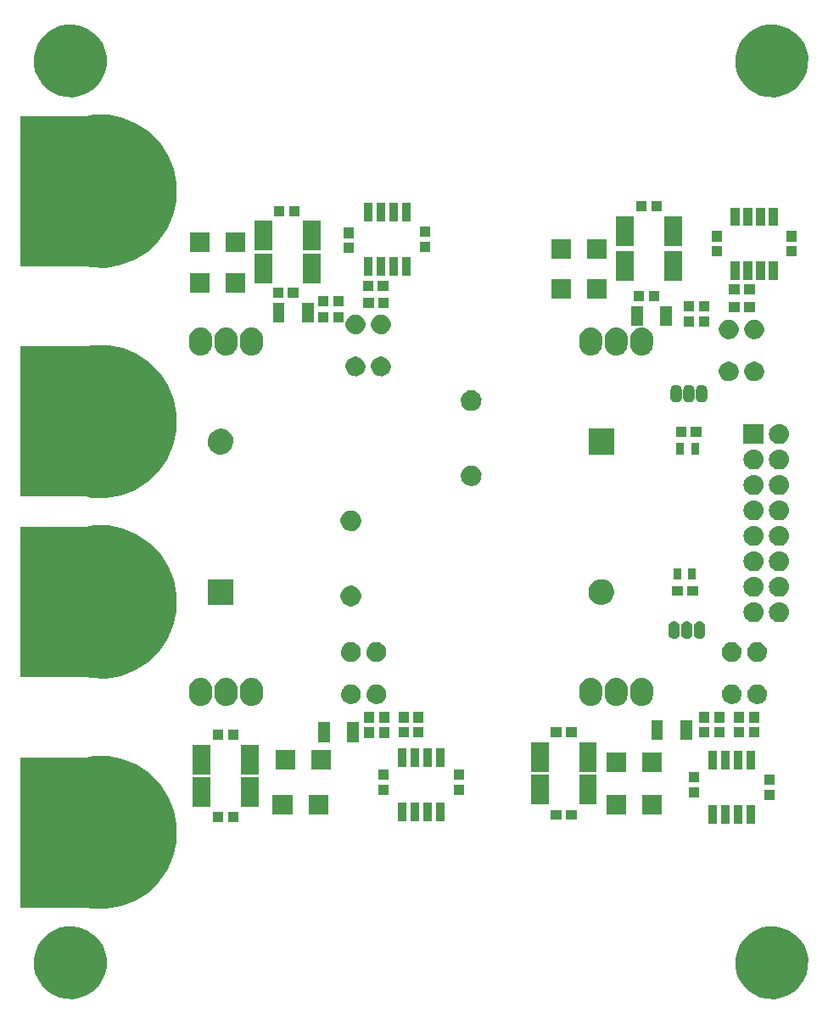
<source format=gts>
G04 #@! TF.FileFunction,Soldermask,Top*
%FSLAX46Y46*%
G04 Gerber Fmt 4.6, Leading zero omitted, Abs format (unit mm)*
G04 Created by KiCad (PCBNEW 4.0.1-stable) date 27.06.2016 00:57:11*
%MOMM*%
G01*
G04 APERTURE LIST*
%ADD10C,0.100000*%
G04 APERTURE END LIST*
D10*
G36*
X105381274Y-141372416D02*
X106078616Y-141515560D01*
X106734869Y-141791423D01*
X107325045Y-142189502D01*
X107826662Y-142694633D01*
X108220611Y-143287572D01*
X108491886Y-143945735D01*
X108630090Y-144643716D01*
X108630090Y-144643726D01*
X108630156Y-144644060D01*
X108618802Y-145457161D01*
X108618726Y-145457495D01*
X108618726Y-145457507D01*
X108461089Y-146151349D01*
X108171541Y-146801685D01*
X107761191Y-147383394D01*
X107245663Y-147874324D01*
X106644607Y-148255765D01*
X105980902Y-148513200D01*
X105279840Y-148636816D01*
X104568116Y-148621908D01*
X103872836Y-148469040D01*
X103220500Y-148184041D01*
X102635940Y-147777762D01*
X102141425Y-147265676D01*
X101755796Y-146667297D01*
X101493735Y-146005407D01*
X101365226Y-145305217D01*
X101375166Y-144593409D01*
X101523173Y-143897088D01*
X101803614Y-143242771D01*
X102205802Y-142655390D01*
X102714423Y-142157311D01*
X103310097Y-141767513D01*
X103970141Y-141500838D01*
X104669408Y-141367446D01*
X105381274Y-141372416D01*
X105381274Y-141372416D01*
G37*
G36*
X175381274Y-141372416D02*
X176078616Y-141515560D01*
X176734869Y-141791423D01*
X177325045Y-142189502D01*
X177826662Y-142694633D01*
X178220611Y-143287572D01*
X178491886Y-143945735D01*
X178630090Y-144643716D01*
X178630090Y-144643726D01*
X178630156Y-144644060D01*
X178618802Y-145457161D01*
X178618726Y-145457495D01*
X178618726Y-145457507D01*
X178461089Y-146151349D01*
X178171541Y-146801685D01*
X177761191Y-147383394D01*
X177245663Y-147874324D01*
X176644607Y-148255765D01*
X175980902Y-148513200D01*
X175279840Y-148636816D01*
X174568116Y-148621908D01*
X173872836Y-148469040D01*
X173220500Y-148184041D01*
X172635940Y-147777762D01*
X172141425Y-147265676D01*
X171755796Y-146667297D01*
X171493735Y-146005407D01*
X171365226Y-145305217D01*
X171375166Y-144593409D01*
X171523173Y-143897088D01*
X171803614Y-143242771D01*
X172205802Y-142655390D01*
X172714423Y-142157311D01*
X173310097Y-141767513D01*
X173970141Y-141500838D01*
X174669408Y-141367446D01*
X175381274Y-141372416D01*
X175381274Y-141372416D01*
G37*
G36*
X108801411Y-124375080D02*
X110267171Y-124675958D01*
X111646571Y-125255804D01*
X112887078Y-126092536D01*
X113941439Y-127154284D01*
X114769490Y-128400600D01*
X115339692Y-129784014D01*
X115630261Y-131251496D01*
X115630261Y-131251506D01*
X115630327Y-131251840D01*
X115606462Y-132960920D01*
X115606386Y-132961254D01*
X115606386Y-132961266D01*
X115274958Y-134420054D01*
X114666348Y-135787012D01*
X113803822Y-137009722D01*
X112720224Y-138041618D01*
X111456843Y-138843384D01*
X110061786Y-139384492D01*
X108588201Y-139644324D01*
X107092209Y-139612988D01*
X106583615Y-139501166D01*
X106572878Y-139500000D01*
X100000000Y-139500000D01*
X100000000Y-124500000D01*
X106590788Y-124500000D01*
X106600157Y-124499114D01*
X107305124Y-124364634D01*
X108801411Y-124375080D01*
X108801411Y-124375080D01*
G37*
G36*
X173335000Y-131105000D02*
X172475000Y-131105000D01*
X172475000Y-129295000D01*
X173335000Y-129295000D01*
X173335000Y-131105000D01*
X173335000Y-131105000D01*
G37*
G36*
X169525000Y-131105000D02*
X168665000Y-131105000D01*
X168665000Y-129295000D01*
X169525000Y-129295000D01*
X169525000Y-131105000D01*
X169525000Y-131105000D01*
G37*
G36*
X172065000Y-131105000D02*
X171205000Y-131105000D01*
X171205000Y-129295000D01*
X172065000Y-129295000D01*
X172065000Y-131105000D01*
X172065000Y-131105000D01*
G37*
G36*
X170795000Y-131105000D02*
X169935000Y-131105000D01*
X169935000Y-129295000D01*
X170795000Y-129295000D01*
X170795000Y-131105000D01*
X170795000Y-131105000D01*
G37*
G36*
X121780000Y-131005000D02*
X120720000Y-131005000D01*
X120720000Y-129995000D01*
X121780000Y-129995000D01*
X121780000Y-131005000D01*
X121780000Y-131005000D01*
G37*
G36*
X120280000Y-131005000D02*
X119220000Y-131005000D01*
X119220000Y-129995000D01*
X120280000Y-129995000D01*
X120280000Y-131005000D01*
X120280000Y-131005000D01*
G37*
G36*
X142335000Y-130855000D02*
X141475000Y-130855000D01*
X141475000Y-129045000D01*
X142335000Y-129045000D01*
X142335000Y-130855000D01*
X142335000Y-130855000D01*
G37*
G36*
X141065000Y-130855000D02*
X140205000Y-130855000D01*
X140205000Y-129045000D01*
X141065000Y-129045000D01*
X141065000Y-130855000D01*
X141065000Y-130855000D01*
G37*
G36*
X139795000Y-130855000D02*
X138935000Y-130855000D01*
X138935000Y-129045000D01*
X139795000Y-129045000D01*
X139795000Y-130855000D01*
X139795000Y-130855000D01*
G37*
G36*
X138525000Y-130855000D02*
X137665000Y-130855000D01*
X137665000Y-129045000D01*
X138525000Y-129045000D01*
X138525000Y-130855000D01*
X138525000Y-130855000D01*
G37*
G36*
X155530000Y-130755000D02*
X154470000Y-130755000D01*
X154470000Y-129745000D01*
X155530000Y-129745000D01*
X155530000Y-130755000D01*
X155530000Y-130755000D01*
G37*
G36*
X154030000Y-130755000D02*
X152970000Y-130755000D01*
X152970000Y-129745000D01*
X154030000Y-129745000D01*
X154030000Y-130755000D01*
X154030000Y-130755000D01*
G37*
G36*
X164060000Y-130220000D02*
X162100000Y-130220000D01*
X162100000Y-128280000D01*
X164060000Y-128280000D01*
X164060000Y-130220000D01*
X164060000Y-130220000D01*
G37*
G36*
X127150000Y-130220000D02*
X125190000Y-130220000D01*
X125190000Y-128280000D01*
X127150000Y-128280000D01*
X127150000Y-130220000D01*
X127150000Y-130220000D01*
G37*
G36*
X160480000Y-130220000D02*
X158520000Y-130220000D01*
X158520000Y-128280000D01*
X160480000Y-128280000D01*
X160480000Y-130220000D01*
X160480000Y-130220000D01*
G37*
G36*
X130730000Y-130220000D02*
X128770000Y-130220000D01*
X128770000Y-128280000D01*
X130730000Y-128280000D01*
X130730000Y-130220000D01*
X130730000Y-130220000D01*
G37*
G36*
X123780870Y-129480010D02*
X122019730Y-129480010D01*
X122019730Y-126519990D01*
X123780870Y-126519990D01*
X123780870Y-129480010D01*
X123780870Y-129480010D01*
G37*
G36*
X118980270Y-129480010D02*
X117219130Y-129480010D01*
X117219130Y-126519990D01*
X118980270Y-126519990D01*
X118980270Y-129480010D01*
X118980270Y-129480010D01*
G37*
G36*
X157530870Y-129230010D02*
X155769730Y-129230010D01*
X155769730Y-126269990D01*
X157530870Y-126269990D01*
X157530870Y-129230010D01*
X157530870Y-129230010D01*
G37*
G36*
X152730270Y-129230010D02*
X150969130Y-129230010D01*
X150969130Y-126269990D01*
X152730270Y-126269990D01*
X152730270Y-129230010D01*
X152730270Y-129230010D01*
G37*
G36*
X175255000Y-128780000D02*
X174245000Y-128780000D01*
X174245000Y-127720000D01*
X175255000Y-127720000D01*
X175255000Y-128780000D01*
X175255000Y-128780000D01*
G37*
G36*
X167755000Y-128530000D02*
X166745000Y-128530000D01*
X166745000Y-127470000D01*
X167755000Y-127470000D01*
X167755000Y-128530000D01*
X167755000Y-128530000D01*
G37*
G36*
X136755000Y-128280000D02*
X135745000Y-128280000D01*
X135745000Y-127220000D01*
X136755000Y-127220000D01*
X136755000Y-128280000D01*
X136755000Y-128280000D01*
G37*
G36*
X144255000Y-128280000D02*
X143245000Y-128280000D01*
X143245000Y-127220000D01*
X144255000Y-127220000D01*
X144255000Y-128280000D01*
X144255000Y-128280000D01*
G37*
G36*
X175255000Y-127280000D02*
X174245000Y-127280000D01*
X174245000Y-126220000D01*
X175255000Y-126220000D01*
X175255000Y-127280000D01*
X175255000Y-127280000D01*
G37*
G36*
X167755000Y-127030000D02*
X166745000Y-127030000D01*
X166745000Y-125970000D01*
X167755000Y-125970000D01*
X167755000Y-127030000D01*
X167755000Y-127030000D01*
G37*
G36*
X144255000Y-126780000D02*
X143245000Y-126780000D01*
X143245000Y-125720000D01*
X144255000Y-125720000D01*
X144255000Y-126780000D01*
X144255000Y-126780000D01*
G37*
G36*
X136755000Y-126780000D02*
X135745000Y-126780000D01*
X135745000Y-125720000D01*
X136755000Y-125720000D01*
X136755000Y-126780000D01*
X136755000Y-126780000D01*
G37*
G36*
X123780870Y-126230010D02*
X122019730Y-126230010D01*
X122019730Y-123269990D01*
X123780870Y-123269990D01*
X123780870Y-126230010D01*
X123780870Y-126230010D01*
G37*
G36*
X118980270Y-126230010D02*
X117219130Y-126230010D01*
X117219130Y-123269990D01*
X118980270Y-123269990D01*
X118980270Y-126230010D01*
X118980270Y-126230010D01*
G37*
G36*
X157530870Y-125980010D02*
X155769730Y-125980010D01*
X155769730Y-123019990D01*
X157530870Y-123019990D01*
X157530870Y-125980010D01*
X157530870Y-125980010D01*
G37*
G36*
X152730270Y-125980010D02*
X150969130Y-125980010D01*
X150969130Y-123019990D01*
X152730270Y-123019990D01*
X152730270Y-125980010D01*
X152730270Y-125980010D01*
G37*
G36*
X164020000Y-125970000D02*
X162060000Y-125970000D01*
X162060000Y-124030000D01*
X164020000Y-124030000D01*
X164020000Y-125970000D01*
X164020000Y-125970000D01*
G37*
G36*
X160440000Y-125970000D02*
X158480000Y-125970000D01*
X158480000Y-124030000D01*
X160440000Y-124030000D01*
X160440000Y-125970000D01*
X160440000Y-125970000D01*
G37*
G36*
X131020000Y-125720000D02*
X129060000Y-125720000D01*
X129060000Y-123780000D01*
X131020000Y-123780000D01*
X131020000Y-125720000D01*
X131020000Y-125720000D01*
G37*
G36*
X127440000Y-125720000D02*
X125480000Y-125720000D01*
X125480000Y-123780000D01*
X127440000Y-123780000D01*
X127440000Y-125720000D01*
X127440000Y-125720000D01*
G37*
G36*
X173335000Y-125705000D02*
X172475000Y-125705000D01*
X172475000Y-123895000D01*
X173335000Y-123895000D01*
X173335000Y-125705000D01*
X173335000Y-125705000D01*
G37*
G36*
X172065000Y-125705000D02*
X171205000Y-125705000D01*
X171205000Y-123895000D01*
X172065000Y-123895000D01*
X172065000Y-125705000D01*
X172065000Y-125705000D01*
G37*
G36*
X170795000Y-125705000D02*
X169935000Y-125705000D01*
X169935000Y-123895000D01*
X170795000Y-123895000D01*
X170795000Y-125705000D01*
X170795000Y-125705000D01*
G37*
G36*
X169525000Y-125705000D02*
X168665000Y-125705000D01*
X168665000Y-123895000D01*
X169525000Y-123895000D01*
X169525000Y-125705000D01*
X169525000Y-125705000D01*
G37*
G36*
X141065000Y-125455000D02*
X140205000Y-125455000D01*
X140205000Y-123645000D01*
X141065000Y-123645000D01*
X141065000Y-125455000D01*
X141065000Y-125455000D01*
G37*
G36*
X139795000Y-125455000D02*
X138935000Y-125455000D01*
X138935000Y-123645000D01*
X139795000Y-123645000D01*
X139795000Y-125455000D01*
X139795000Y-125455000D01*
G37*
G36*
X138525000Y-125455000D02*
X137665000Y-125455000D01*
X137665000Y-123645000D01*
X138525000Y-123645000D01*
X138525000Y-125455000D01*
X138525000Y-125455000D01*
G37*
G36*
X142335000Y-125455000D02*
X141475000Y-125455000D01*
X141475000Y-123645000D01*
X142335000Y-123645000D01*
X142335000Y-125455000D01*
X142335000Y-125455000D01*
G37*
G36*
X133780000Y-122980000D02*
X132620000Y-122980000D01*
X132620000Y-121020000D01*
X133780000Y-121020000D01*
X133780000Y-122980000D01*
X133780000Y-122980000D01*
G37*
G36*
X130880000Y-122980000D02*
X129720000Y-122980000D01*
X129720000Y-121020000D01*
X130880000Y-121020000D01*
X130880000Y-122980000D01*
X130880000Y-122980000D01*
G37*
G36*
X120280000Y-122755000D02*
X119220000Y-122755000D01*
X119220000Y-121745000D01*
X120280000Y-121745000D01*
X120280000Y-122755000D01*
X120280000Y-122755000D01*
G37*
G36*
X121780000Y-122755000D02*
X120720000Y-122755000D01*
X120720000Y-121745000D01*
X121780000Y-121745000D01*
X121780000Y-122755000D01*
X121780000Y-122755000D01*
G37*
G36*
X167030000Y-122730000D02*
X165870000Y-122730000D01*
X165870000Y-120770000D01*
X167030000Y-120770000D01*
X167030000Y-122730000D01*
X167030000Y-122730000D01*
G37*
G36*
X164130000Y-122730000D02*
X162970000Y-122730000D01*
X162970000Y-120770000D01*
X164130000Y-120770000D01*
X164130000Y-122730000D01*
X164130000Y-122730000D01*
G37*
G36*
X135317796Y-122565774D02*
X134307796Y-122565774D01*
X134307796Y-121505774D01*
X135317796Y-121505774D01*
X135317796Y-122565774D01*
X135317796Y-122565774D01*
G37*
G36*
X136817796Y-122565774D02*
X135807796Y-122565774D01*
X135807796Y-121505774D01*
X136817796Y-121505774D01*
X136817796Y-122565774D01*
X136817796Y-122565774D01*
G37*
G36*
X168755000Y-122530000D02*
X167745000Y-122530000D01*
X167745000Y-121470000D01*
X168755000Y-121470000D01*
X168755000Y-122530000D01*
X168755000Y-122530000D01*
G37*
G36*
X140255000Y-122530000D02*
X139245000Y-122530000D01*
X139245000Y-121470000D01*
X140255000Y-121470000D01*
X140255000Y-122530000D01*
X140255000Y-122530000D01*
G37*
G36*
X172255000Y-122530000D02*
X171245000Y-122530000D01*
X171245000Y-121470000D01*
X172255000Y-121470000D01*
X172255000Y-122530000D01*
X172255000Y-122530000D01*
G37*
G36*
X138755000Y-122530000D02*
X137745000Y-122530000D01*
X137745000Y-121470000D01*
X138755000Y-121470000D01*
X138755000Y-122530000D01*
X138755000Y-122530000D01*
G37*
G36*
X170255000Y-122530000D02*
X169245000Y-122530000D01*
X169245000Y-121470000D01*
X170255000Y-121470000D01*
X170255000Y-122530000D01*
X170255000Y-122530000D01*
G37*
G36*
X173755000Y-122530000D02*
X172745000Y-122530000D01*
X172745000Y-121470000D01*
X173755000Y-121470000D01*
X173755000Y-122530000D01*
X173755000Y-122530000D01*
G37*
G36*
X154030000Y-122505000D02*
X152970000Y-122505000D01*
X152970000Y-121495000D01*
X154030000Y-121495000D01*
X154030000Y-122505000D01*
X154030000Y-122505000D01*
G37*
G36*
X155530000Y-122505000D02*
X154470000Y-122505000D01*
X154470000Y-121495000D01*
X155530000Y-121495000D01*
X155530000Y-122505000D01*
X155530000Y-122505000D01*
G37*
G36*
X136817796Y-121065774D02*
X135807796Y-121065774D01*
X135807796Y-120005774D01*
X136817796Y-120005774D01*
X136817796Y-121065774D01*
X136817796Y-121065774D01*
G37*
G36*
X135317796Y-121065774D02*
X134307796Y-121065774D01*
X134307796Y-120005774D01*
X135317796Y-120005774D01*
X135317796Y-121065774D01*
X135317796Y-121065774D01*
G37*
G36*
X168755000Y-121030000D02*
X167745000Y-121030000D01*
X167745000Y-119970000D01*
X168755000Y-119970000D01*
X168755000Y-121030000D01*
X168755000Y-121030000D01*
G37*
G36*
X138755000Y-121030000D02*
X137745000Y-121030000D01*
X137745000Y-119970000D01*
X138755000Y-119970000D01*
X138755000Y-121030000D01*
X138755000Y-121030000D01*
G37*
G36*
X173755000Y-121030000D02*
X172745000Y-121030000D01*
X172745000Y-119970000D01*
X173755000Y-119970000D01*
X173755000Y-121030000D01*
X173755000Y-121030000D01*
G37*
G36*
X170255000Y-121030000D02*
X169245000Y-121030000D01*
X169245000Y-119970000D01*
X170255000Y-119970000D01*
X170255000Y-121030000D01*
X170255000Y-121030000D01*
G37*
G36*
X172255000Y-121030000D02*
X171245000Y-121030000D01*
X171245000Y-119970000D01*
X172255000Y-119970000D01*
X172255000Y-121030000D01*
X172255000Y-121030000D01*
G37*
G36*
X140255000Y-121030000D02*
X139245000Y-121030000D01*
X139245000Y-119970000D01*
X140255000Y-119970000D01*
X140255000Y-121030000D01*
X140255000Y-121030000D01*
G37*
G36*
X120760386Y-116616625D02*
X120760400Y-116616629D01*
X120760435Y-116616633D01*
X120974093Y-116682771D01*
X121170835Y-116789149D01*
X121343168Y-116931715D01*
X121484528Y-117105039D01*
X121589530Y-117302519D01*
X121654175Y-117516633D01*
X121676000Y-117739226D01*
X121676000Y-118260774D01*
X121675888Y-118276775D01*
X121650957Y-118499041D01*
X121583329Y-118712231D01*
X121475580Y-118908226D01*
X121331814Y-119079560D01*
X121157507Y-119219706D01*
X120959299Y-119323327D01*
X120744739Y-119386475D01*
X120744705Y-119386478D01*
X120744692Y-119386482D01*
X120522001Y-119406749D01*
X120299614Y-119383375D01*
X120299600Y-119383371D01*
X120299565Y-119383367D01*
X120085907Y-119317229D01*
X119889165Y-119210851D01*
X119716832Y-119068285D01*
X119575472Y-118894961D01*
X119470470Y-118697481D01*
X119405825Y-118483367D01*
X119384000Y-118260774D01*
X119384000Y-117739226D01*
X119384112Y-117723225D01*
X119409043Y-117500959D01*
X119476671Y-117287769D01*
X119584420Y-117091774D01*
X119728186Y-116920440D01*
X119902493Y-116780294D01*
X120100701Y-116676673D01*
X120315261Y-116613525D01*
X120315295Y-116613522D01*
X120315308Y-116613518D01*
X120537999Y-116593251D01*
X120760386Y-116616625D01*
X120760386Y-116616625D01*
G37*
G36*
X162240386Y-116616625D02*
X162240400Y-116616629D01*
X162240435Y-116616633D01*
X162454093Y-116682771D01*
X162650835Y-116789149D01*
X162823168Y-116931715D01*
X162964528Y-117105039D01*
X163069530Y-117302519D01*
X163134175Y-117516633D01*
X163156000Y-117739226D01*
X163156000Y-118260774D01*
X163155888Y-118276775D01*
X163130957Y-118499041D01*
X163063329Y-118712231D01*
X162955580Y-118908226D01*
X162811814Y-119079560D01*
X162637507Y-119219706D01*
X162439299Y-119323327D01*
X162224739Y-119386475D01*
X162224705Y-119386478D01*
X162224692Y-119386482D01*
X162002001Y-119406749D01*
X161779614Y-119383375D01*
X161779600Y-119383371D01*
X161779565Y-119383367D01*
X161565907Y-119317229D01*
X161369165Y-119210851D01*
X161196832Y-119068285D01*
X161055472Y-118894961D01*
X160950470Y-118697481D01*
X160885825Y-118483367D01*
X160864000Y-118260774D01*
X160864000Y-117739226D01*
X160864112Y-117723225D01*
X160889043Y-117500959D01*
X160956671Y-117287769D01*
X161064420Y-117091774D01*
X161208186Y-116920440D01*
X161382493Y-116780294D01*
X161580701Y-116676673D01*
X161795261Y-116613525D01*
X161795295Y-116613522D01*
X161795308Y-116613518D01*
X162017999Y-116593251D01*
X162240386Y-116616625D01*
X162240386Y-116616625D01*
G37*
G36*
X159700386Y-116616625D02*
X159700400Y-116616629D01*
X159700435Y-116616633D01*
X159914093Y-116682771D01*
X160110835Y-116789149D01*
X160283168Y-116931715D01*
X160424528Y-117105039D01*
X160529530Y-117302519D01*
X160594175Y-117516633D01*
X160616000Y-117739226D01*
X160616000Y-118260774D01*
X160615888Y-118276775D01*
X160590957Y-118499041D01*
X160523329Y-118712231D01*
X160415580Y-118908226D01*
X160271814Y-119079560D01*
X160097507Y-119219706D01*
X159899299Y-119323327D01*
X159684739Y-119386475D01*
X159684705Y-119386478D01*
X159684692Y-119386482D01*
X159462001Y-119406749D01*
X159239614Y-119383375D01*
X159239600Y-119383371D01*
X159239565Y-119383367D01*
X159025907Y-119317229D01*
X158829165Y-119210851D01*
X158656832Y-119068285D01*
X158515472Y-118894961D01*
X158410470Y-118697481D01*
X158345825Y-118483367D01*
X158324000Y-118260774D01*
X158324000Y-117739226D01*
X158324112Y-117723225D01*
X158349043Y-117500959D01*
X158416671Y-117287769D01*
X158524420Y-117091774D01*
X158668186Y-116920440D01*
X158842493Y-116780294D01*
X159040701Y-116676673D01*
X159255261Y-116613525D01*
X159255295Y-116613522D01*
X159255308Y-116613518D01*
X159477999Y-116593251D01*
X159700386Y-116616625D01*
X159700386Y-116616625D01*
G37*
G36*
X157160386Y-116616625D02*
X157160400Y-116616629D01*
X157160435Y-116616633D01*
X157374093Y-116682771D01*
X157570835Y-116789149D01*
X157743168Y-116931715D01*
X157884528Y-117105039D01*
X157989530Y-117302519D01*
X158054175Y-117516633D01*
X158076000Y-117739226D01*
X158076000Y-118260774D01*
X158075888Y-118276775D01*
X158050957Y-118499041D01*
X157983329Y-118712231D01*
X157875580Y-118908226D01*
X157731814Y-119079560D01*
X157557507Y-119219706D01*
X157359299Y-119323327D01*
X157144739Y-119386475D01*
X157144705Y-119386478D01*
X157144692Y-119386482D01*
X156922001Y-119406749D01*
X156699614Y-119383375D01*
X156699600Y-119383371D01*
X156699565Y-119383367D01*
X156485907Y-119317229D01*
X156289165Y-119210851D01*
X156116832Y-119068285D01*
X155975472Y-118894961D01*
X155870470Y-118697481D01*
X155805825Y-118483367D01*
X155784000Y-118260774D01*
X155784000Y-117739226D01*
X155784112Y-117723225D01*
X155809043Y-117500959D01*
X155876671Y-117287769D01*
X155984420Y-117091774D01*
X156128186Y-116920440D01*
X156302493Y-116780294D01*
X156500701Y-116676673D01*
X156715261Y-116613525D01*
X156715295Y-116613522D01*
X156715308Y-116613518D01*
X156937999Y-116593251D01*
X157160386Y-116616625D01*
X157160386Y-116616625D01*
G37*
G36*
X123300386Y-116616625D02*
X123300400Y-116616629D01*
X123300435Y-116616633D01*
X123514093Y-116682771D01*
X123710835Y-116789149D01*
X123883168Y-116931715D01*
X124024528Y-117105039D01*
X124129530Y-117302519D01*
X124194175Y-117516633D01*
X124216000Y-117739226D01*
X124216000Y-118260774D01*
X124215888Y-118276775D01*
X124190957Y-118499041D01*
X124123329Y-118712231D01*
X124015580Y-118908226D01*
X123871814Y-119079560D01*
X123697507Y-119219706D01*
X123499299Y-119323327D01*
X123284739Y-119386475D01*
X123284705Y-119386478D01*
X123284692Y-119386482D01*
X123062001Y-119406749D01*
X122839614Y-119383375D01*
X122839600Y-119383371D01*
X122839565Y-119383367D01*
X122625907Y-119317229D01*
X122429165Y-119210851D01*
X122256832Y-119068285D01*
X122115472Y-118894961D01*
X122010470Y-118697481D01*
X121945825Y-118483367D01*
X121924000Y-118260774D01*
X121924000Y-117739226D01*
X121924112Y-117723225D01*
X121949043Y-117500959D01*
X122016671Y-117287769D01*
X122124420Y-117091774D01*
X122268186Y-116920440D01*
X122442493Y-116780294D01*
X122640701Y-116676673D01*
X122855261Y-116613525D01*
X122855295Y-116613522D01*
X122855308Y-116613518D01*
X123077999Y-116593251D01*
X123300386Y-116616625D01*
X123300386Y-116616625D01*
G37*
G36*
X118220386Y-116616625D02*
X118220400Y-116616629D01*
X118220435Y-116616633D01*
X118434093Y-116682771D01*
X118630835Y-116789149D01*
X118803168Y-116931715D01*
X118944528Y-117105039D01*
X119049530Y-117302519D01*
X119114175Y-117516633D01*
X119136000Y-117739226D01*
X119136000Y-118260774D01*
X119135888Y-118276775D01*
X119110957Y-118499041D01*
X119043329Y-118712231D01*
X118935580Y-118908226D01*
X118791814Y-119079560D01*
X118617507Y-119219706D01*
X118419299Y-119323327D01*
X118204739Y-119386475D01*
X118204705Y-119386478D01*
X118204692Y-119386482D01*
X117982001Y-119406749D01*
X117759614Y-119383375D01*
X117759600Y-119383371D01*
X117759565Y-119383367D01*
X117545907Y-119317229D01*
X117349165Y-119210851D01*
X117176832Y-119068285D01*
X117035472Y-118894961D01*
X116930470Y-118697481D01*
X116865825Y-118483367D01*
X116844000Y-118260774D01*
X116844000Y-117739226D01*
X116844112Y-117723225D01*
X116869043Y-117500959D01*
X116936671Y-117287769D01*
X117044420Y-117091774D01*
X117188186Y-116920440D01*
X117362493Y-116780294D01*
X117560701Y-116676673D01*
X117775261Y-116613525D01*
X117775295Y-116613522D01*
X117775308Y-116613518D01*
X117997999Y-116593251D01*
X118220386Y-116616625D01*
X118220386Y-116616625D01*
G37*
G36*
X133102933Y-117220651D02*
X133291198Y-117259296D01*
X133468369Y-117333772D01*
X133627697Y-117441239D01*
X133763123Y-117577615D01*
X133869480Y-117737693D01*
X133942713Y-117915374D01*
X133979976Y-118103562D01*
X133979976Y-118103572D01*
X133980042Y-118103906D01*
X133976977Y-118323421D01*
X133976901Y-118323755D01*
X133976901Y-118323766D01*
X133934400Y-118510833D01*
X133856230Y-118686406D01*
X133745448Y-118843451D01*
X133606266Y-118975992D01*
X133444000Y-119078968D01*
X133264817Y-119148470D01*
X133075551Y-119181842D01*
X132883405Y-119177817D01*
X132695695Y-119136546D01*
X132519585Y-119059606D01*
X132361765Y-118949918D01*
X132228261Y-118811670D01*
X132124153Y-118650127D01*
X132053404Y-118471434D01*
X132018709Y-118282398D01*
X132021393Y-118090230D01*
X132061350Y-117902245D01*
X132137063Y-117725596D01*
X132245642Y-117567019D01*
X132382957Y-117432550D01*
X132543772Y-117327315D01*
X132721966Y-117255320D01*
X132910747Y-117219309D01*
X133102933Y-117220651D01*
X133102933Y-117220651D01*
G37*
G36*
X173642933Y-117220651D02*
X173831198Y-117259296D01*
X174008369Y-117333772D01*
X174167697Y-117441239D01*
X174303123Y-117577615D01*
X174409480Y-117737693D01*
X174482713Y-117915374D01*
X174519976Y-118103562D01*
X174519976Y-118103572D01*
X174520042Y-118103906D01*
X174516977Y-118323421D01*
X174516901Y-118323755D01*
X174516901Y-118323766D01*
X174474400Y-118510833D01*
X174396230Y-118686406D01*
X174285448Y-118843451D01*
X174146266Y-118975992D01*
X173984000Y-119078968D01*
X173804817Y-119148470D01*
X173615551Y-119181842D01*
X173423405Y-119177817D01*
X173235695Y-119136546D01*
X173059585Y-119059606D01*
X172901765Y-118949918D01*
X172768261Y-118811670D01*
X172664153Y-118650127D01*
X172593404Y-118471434D01*
X172558709Y-118282398D01*
X172561393Y-118090230D01*
X172601350Y-117902245D01*
X172677063Y-117725596D01*
X172785642Y-117567019D01*
X172922957Y-117432550D01*
X173083772Y-117327315D01*
X173261966Y-117255320D01*
X173450747Y-117219309D01*
X173642933Y-117220651D01*
X173642933Y-117220651D01*
G37*
G36*
X171102933Y-117220651D02*
X171291198Y-117259296D01*
X171468369Y-117333772D01*
X171627697Y-117441239D01*
X171763123Y-117577615D01*
X171869480Y-117737693D01*
X171942713Y-117915374D01*
X171979976Y-118103562D01*
X171979976Y-118103572D01*
X171980042Y-118103906D01*
X171976977Y-118323421D01*
X171976901Y-118323755D01*
X171976901Y-118323766D01*
X171934400Y-118510833D01*
X171856230Y-118686406D01*
X171745448Y-118843451D01*
X171606266Y-118975992D01*
X171444000Y-119078968D01*
X171264817Y-119148470D01*
X171075551Y-119181842D01*
X170883405Y-119177817D01*
X170695695Y-119136546D01*
X170519585Y-119059606D01*
X170361765Y-118949918D01*
X170228261Y-118811670D01*
X170124153Y-118650127D01*
X170053404Y-118471434D01*
X170018709Y-118282398D01*
X170021393Y-118090230D01*
X170061350Y-117902245D01*
X170137063Y-117725596D01*
X170245642Y-117567019D01*
X170382957Y-117432550D01*
X170543772Y-117327315D01*
X170721966Y-117255320D01*
X170910747Y-117219309D01*
X171102933Y-117220651D01*
X171102933Y-117220651D01*
G37*
G36*
X135642933Y-117220651D02*
X135831198Y-117259296D01*
X136008369Y-117333772D01*
X136167697Y-117441239D01*
X136303123Y-117577615D01*
X136409480Y-117737693D01*
X136482713Y-117915374D01*
X136519976Y-118103562D01*
X136519976Y-118103572D01*
X136520042Y-118103906D01*
X136516977Y-118323421D01*
X136516901Y-118323755D01*
X136516901Y-118323766D01*
X136474400Y-118510833D01*
X136396230Y-118686406D01*
X136285448Y-118843451D01*
X136146266Y-118975992D01*
X135984000Y-119078968D01*
X135804817Y-119148470D01*
X135615551Y-119181842D01*
X135423405Y-119177817D01*
X135235695Y-119136546D01*
X135059585Y-119059606D01*
X134901765Y-118949918D01*
X134768261Y-118811670D01*
X134664153Y-118650127D01*
X134593404Y-118471434D01*
X134558709Y-118282398D01*
X134561393Y-118090230D01*
X134601350Y-117902245D01*
X134677063Y-117725596D01*
X134785642Y-117567019D01*
X134922957Y-117432550D01*
X135083772Y-117327315D01*
X135261966Y-117255320D01*
X135450747Y-117219309D01*
X135642933Y-117220651D01*
X135642933Y-117220651D01*
G37*
G36*
X108801411Y-101375080D02*
X110267171Y-101675958D01*
X111646571Y-102255804D01*
X112887078Y-103092536D01*
X113941439Y-104154284D01*
X114769490Y-105400600D01*
X115339692Y-106784014D01*
X115630261Y-108251496D01*
X115630261Y-108251506D01*
X115630327Y-108251840D01*
X115606462Y-109960920D01*
X115606386Y-109961254D01*
X115606386Y-109961266D01*
X115274958Y-111420054D01*
X114666348Y-112787012D01*
X113803822Y-114009722D01*
X112720224Y-115041618D01*
X111456843Y-115843384D01*
X110061786Y-116384492D01*
X108588201Y-116644324D01*
X107092209Y-116612988D01*
X106583615Y-116501166D01*
X106572878Y-116500000D01*
X100000000Y-116500000D01*
X100000000Y-101500000D01*
X106590788Y-101500000D01*
X106600157Y-101499114D01*
X107305124Y-101364634D01*
X108801411Y-101375080D01*
X108801411Y-101375080D01*
G37*
G36*
X171102933Y-113020651D02*
X171291198Y-113059296D01*
X171468369Y-113133772D01*
X171627697Y-113241239D01*
X171763123Y-113377615D01*
X171869480Y-113537693D01*
X171942713Y-113715374D01*
X171979976Y-113903562D01*
X171979976Y-113903572D01*
X171980042Y-113903906D01*
X171976977Y-114123421D01*
X171976901Y-114123755D01*
X171976901Y-114123766D01*
X171934400Y-114310833D01*
X171856230Y-114486406D01*
X171745448Y-114643451D01*
X171606266Y-114775992D01*
X171444000Y-114878968D01*
X171264817Y-114948470D01*
X171075551Y-114981842D01*
X170883405Y-114977817D01*
X170695695Y-114936546D01*
X170519585Y-114859606D01*
X170361765Y-114749918D01*
X170228261Y-114611670D01*
X170124153Y-114450127D01*
X170053404Y-114271434D01*
X170018709Y-114082398D01*
X170021393Y-113890230D01*
X170061350Y-113702245D01*
X170137063Y-113525596D01*
X170245642Y-113367019D01*
X170382957Y-113232550D01*
X170543772Y-113127315D01*
X170721966Y-113055320D01*
X170910747Y-113019309D01*
X171102933Y-113020651D01*
X171102933Y-113020651D01*
G37*
G36*
X133102933Y-113020651D02*
X133291198Y-113059296D01*
X133468369Y-113133772D01*
X133627697Y-113241239D01*
X133763123Y-113377615D01*
X133869480Y-113537693D01*
X133942713Y-113715374D01*
X133979976Y-113903562D01*
X133979976Y-113903572D01*
X133980042Y-113903906D01*
X133976977Y-114123421D01*
X133976901Y-114123755D01*
X133976901Y-114123766D01*
X133934400Y-114310833D01*
X133856230Y-114486406D01*
X133745448Y-114643451D01*
X133606266Y-114775992D01*
X133444000Y-114878968D01*
X133264817Y-114948470D01*
X133075551Y-114981842D01*
X132883405Y-114977817D01*
X132695695Y-114936546D01*
X132519585Y-114859606D01*
X132361765Y-114749918D01*
X132228261Y-114611670D01*
X132124153Y-114450127D01*
X132053404Y-114271434D01*
X132018709Y-114082398D01*
X132021393Y-113890230D01*
X132061350Y-113702245D01*
X132137063Y-113525596D01*
X132245642Y-113367019D01*
X132382957Y-113232550D01*
X132543772Y-113127315D01*
X132721966Y-113055320D01*
X132910747Y-113019309D01*
X133102933Y-113020651D01*
X133102933Y-113020651D01*
G37*
G36*
X135642933Y-113020651D02*
X135831198Y-113059296D01*
X136008369Y-113133772D01*
X136167697Y-113241239D01*
X136303123Y-113377615D01*
X136409480Y-113537693D01*
X136482713Y-113715374D01*
X136519976Y-113903562D01*
X136519976Y-113903572D01*
X136520042Y-113903906D01*
X136516977Y-114123421D01*
X136516901Y-114123755D01*
X136516901Y-114123766D01*
X136474400Y-114310833D01*
X136396230Y-114486406D01*
X136285448Y-114643451D01*
X136146266Y-114775992D01*
X135984000Y-114878968D01*
X135804817Y-114948470D01*
X135615551Y-114981842D01*
X135423405Y-114977817D01*
X135235695Y-114936546D01*
X135059585Y-114859606D01*
X134901765Y-114749918D01*
X134768261Y-114611670D01*
X134664153Y-114450127D01*
X134593404Y-114271434D01*
X134558709Y-114082398D01*
X134561393Y-113890230D01*
X134601350Y-113702245D01*
X134677063Y-113525596D01*
X134785642Y-113367019D01*
X134922957Y-113232550D01*
X135083772Y-113127315D01*
X135261966Y-113055320D01*
X135450747Y-113019309D01*
X135642933Y-113020651D01*
X135642933Y-113020651D01*
G37*
G36*
X173642933Y-113020651D02*
X173831198Y-113059296D01*
X174008369Y-113133772D01*
X174167697Y-113241239D01*
X174303123Y-113377615D01*
X174409480Y-113537693D01*
X174482713Y-113715374D01*
X174519976Y-113903562D01*
X174519976Y-113903572D01*
X174520042Y-113903906D01*
X174516977Y-114123421D01*
X174516901Y-114123755D01*
X174516901Y-114123766D01*
X174474400Y-114310833D01*
X174396230Y-114486406D01*
X174285448Y-114643451D01*
X174146266Y-114775992D01*
X173984000Y-114878968D01*
X173804817Y-114948470D01*
X173615551Y-114981842D01*
X173423405Y-114977817D01*
X173235695Y-114936546D01*
X173059585Y-114859606D01*
X172901765Y-114749918D01*
X172768261Y-114611670D01*
X172664153Y-114450127D01*
X172593404Y-114271434D01*
X172558709Y-114082398D01*
X172561393Y-113890230D01*
X172601350Y-113702245D01*
X172677063Y-113525596D01*
X172785642Y-113367019D01*
X172922957Y-113232550D01*
X173083772Y-113127315D01*
X173261966Y-113055320D01*
X173450747Y-113019309D01*
X173642933Y-113020651D01*
X173642933Y-113020651D01*
G37*
G36*
X165376493Y-110927000D02*
X165376503Y-110927003D01*
X165376541Y-110927007D01*
X165484596Y-110960456D01*
X165584097Y-111014255D01*
X165671253Y-111086357D01*
X165742744Y-111174014D01*
X165795848Y-111273888D01*
X165828542Y-111382175D01*
X165839580Y-111494749D01*
X165839580Y-112105251D01*
X165839524Y-112113343D01*
X165826915Y-112225752D01*
X165792712Y-112333572D01*
X165738219Y-112432695D01*
X165665511Y-112519345D01*
X165577357Y-112590223D01*
X165477114Y-112642628D01*
X165368602Y-112674565D01*
X165368570Y-112674568D01*
X165368556Y-112674572D01*
X165255956Y-112684820D01*
X165143507Y-112673000D01*
X165143497Y-112672997D01*
X165143459Y-112672993D01*
X165035404Y-112639544D01*
X164935903Y-112585745D01*
X164848747Y-112513643D01*
X164777256Y-112425986D01*
X164724152Y-112326112D01*
X164691458Y-112217825D01*
X164680420Y-112105251D01*
X164680420Y-111494749D01*
X164680476Y-111486657D01*
X164693085Y-111374248D01*
X164727288Y-111266428D01*
X164781781Y-111167305D01*
X164854489Y-111080655D01*
X164942643Y-111009777D01*
X165042886Y-110957372D01*
X165151398Y-110925435D01*
X165151430Y-110925432D01*
X165151444Y-110925428D01*
X165264044Y-110915180D01*
X165376493Y-110927000D01*
X165376493Y-110927000D01*
G37*
G36*
X166646493Y-110927000D02*
X166646503Y-110927003D01*
X166646541Y-110927007D01*
X166754596Y-110960456D01*
X166854097Y-111014255D01*
X166941253Y-111086357D01*
X167012744Y-111174014D01*
X167065848Y-111273888D01*
X167098542Y-111382175D01*
X167109580Y-111494749D01*
X167109580Y-112105251D01*
X167109524Y-112113343D01*
X167096915Y-112225752D01*
X167062712Y-112333572D01*
X167008219Y-112432695D01*
X166935511Y-112519345D01*
X166847357Y-112590223D01*
X166747114Y-112642628D01*
X166638602Y-112674565D01*
X166638570Y-112674568D01*
X166638556Y-112674572D01*
X166525956Y-112684820D01*
X166413507Y-112673000D01*
X166413497Y-112672997D01*
X166413459Y-112672993D01*
X166305404Y-112639544D01*
X166205903Y-112585745D01*
X166118747Y-112513643D01*
X166047256Y-112425986D01*
X165994152Y-112326112D01*
X165961458Y-112217825D01*
X165950420Y-112105251D01*
X165950420Y-111494749D01*
X165950476Y-111486657D01*
X165963085Y-111374248D01*
X165997288Y-111266428D01*
X166051781Y-111167305D01*
X166124489Y-111080655D01*
X166212643Y-111009777D01*
X166312886Y-110957372D01*
X166421398Y-110925435D01*
X166421430Y-110925432D01*
X166421444Y-110925428D01*
X166534044Y-110915180D01*
X166646493Y-110927000D01*
X166646493Y-110927000D01*
G37*
G36*
X167916493Y-110927000D02*
X167916503Y-110927003D01*
X167916541Y-110927007D01*
X168024596Y-110960456D01*
X168124097Y-111014255D01*
X168211253Y-111086357D01*
X168282744Y-111174014D01*
X168335848Y-111273888D01*
X168368542Y-111382175D01*
X168379580Y-111494749D01*
X168379580Y-112105251D01*
X168379524Y-112113343D01*
X168366915Y-112225752D01*
X168332712Y-112333572D01*
X168278219Y-112432695D01*
X168205511Y-112519345D01*
X168117357Y-112590223D01*
X168017114Y-112642628D01*
X167908602Y-112674565D01*
X167908570Y-112674568D01*
X167908556Y-112674572D01*
X167795956Y-112684820D01*
X167683507Y-112673000D01*
X167683497Y-112672997D01*
X167683459Y-112672993D01*
X167575404Y-112639544D01*
X167475903Y-112585745D01*
X167388747Y-112513643D01*
X167317256Y-112425986D01*
X167264152Y-112326112D01*
X167231458Y-112217825D01*
X167220420Y-112105251D01*
X167220420Y-111494749D01*
X167220476Y-111486657D01*
X167233085Y-111374248D01*
X167267288Y-111266428D01*
X167321781Y-111167305D01*
X167394489Y-111080655D01*
X167482643Y-111009777D01*
X167582886Y-110957372D01*
X167691398Y-110925435D01*
X167691430Y-110925432D01*
X167691444Y-110925428D01*
X167804044Y-110915180D01*
X167916493Y-110927000D01*
X167916493Y-110927000D01*
G37*
G36*
X173379741Y-109051878D02*
X173379754Y-109051882D01*
X173379791Y-109051886D01*
X173565035Y-109109229D01*
X173735614Y-109201460D01*
X173885029Y-109325067D01*
X174007591Y-109475342D01*
X174098629Y-109646560D01*
X174154677Y-109832201D01*
X174173600Y-110025192D01*
X174173600Y-110034808D01*
X174173503Y-110048681D01*
X174151887Y-110241389D01*
X174093253Y-110426229D01*
X173999833Y-110596159D01*
X173875185Y-110744708D01*
X173724059Y-110866217D01*
X173552209Y-110956058D01*
X173366182Y-111010809D01*
X173366148Y-111010812D01*
X173366135Y-111010816D01*
X173173065Y-111028387D01*
X172980259Y-111008122D01*
X172980246Y-111008118D01*
X172980209Y-111008114D01*
X172794965Y-110950771D01*
X172624386Y-110858540D01*
X172474971Y-110734933D01*
X172352409Y-110584658D01*
X172261371Y-110413440D01*
X172205323Y-110227799D01*
X172186400Y-110034808D01*
X172186400Y-110025192D01*
X172186497Y-110011319D01*
X172208113Y-109818611D01*
X172266747Y-109633771D01*
X172360167Y-109463841D01*
X172484815Y-109315292D01*
X172635941Y-109193783D01*
X172807791Y-109103942D01*
X172993818Y-109049191D01*
X172993852Y-109049188D01*
X172993865Y-109049184D01*
X173186935Y-109031613D01*
X173379741Y-109051878D01*
X173379741Y-109051878D01*
G37*
G36*
X175919741Y-109051878D02*
X175919754Y-109051882D01*
X175919791Y-109051886D01*
X176105035Y-109109229D01*
X176275614Y-109201460D01*
X176425029Y-109325067D01*
X176547591Y-109475342D01*
X176638629Y-109646560D01*
X176694677Y-109832201D01*
X176713600Y-110025192D01*
X176713600Y-110034808D01*
X176713503Y-110048681D01*
X176691887Y-110241389D01*
X176633253Y-110426229D01*
X176539833Y-110596159D01*
X176415185Y-110744708D01*
X176264059Y-110866217D01*
X176092209Y-110956058D01*
X175906182Y-111010809D01*
X175906148Y-111010812D01*
X175906135Y-111010816D01*
X175713065Y-111028387D01*
X175520259Y-111008122D01*
X175520246Y-111008118D01*
X175520209Y-111008114D01*
X175334965Y-110950771D01*
X175164386Y-110858540D01*
X175014971Y-110734933D01*
X174892409Y-110584658D01*
X174801371Y-110413440D01*
X174745323Y-110227799D01*
X174726400Y-110034808D01*
X174726400Y-110025192D01*
X174726497Y-110011319D01*
X174748113Y-109818611D01*
X174806747Y-109633771D01*
X174900167Y-109463841D01*
X175024815Y-109315292D01*
X175175941Y-109193783D01*
X175347791Y-109103942D01*
X175533818Y-109049191D01*
X175533852Y-109049188D01*
X175533865Y-109049184D01*
X175726935Y-109031613D01*
X175919741Y-109051878D01*
X175919741Y-109051878D01*
G37*
G36*
X133108185Y-107370684D02*
X133306055Y-107411301D01*
X133492263Y-107489575D01*
X133659727Y-107602531D01*
X133802056Y-107745857D01*
X133913841Y-107914106D01*
X133990811Y-108100852D01*
X134029979Y-108298660D01*
X134029979Y-108298674D01*
X134030044Y-108299003D01*
X134026823Y-108529718D01*
X134026747Y-108530052D01*
X134026747Y-108530064D01*
X133982075Y-108726691D01*
X133899916Y-108911223D01*
X133783481Y-109076280D01*
X133637198Y-109215583D01*
X133466653Y-109323813D01*
X133278328Y-109396861D01*
X133079405Y-109431936D01*
X132877456Y-109427706D01*
X132680168Y-109384329D01*
X132495072Y-109303463D01*
X132329205Y-109188182D01*
X132188886Y-109042878D01*
X132079467Y-108873093D01*
X132005108Y-108685283D01*
X131968643Y-108486602D01*
X131971464Y-108284630D01*
X132013460Y-108087053D01*
X132093035Y-107901391D01*
X132207155Y-107734724D01*
X132351475Y-107593394D01*
X132520495Y-107482791D01*
X132707781Y-107407123D01*
X132906193Y-107369273D01*
X133108185Y-107370684D01*
X133108185Y-107370684D01*
G37*
G36*
X158134443Y-106720851D02*
X158380340Y-106771327D01*
X158611744Y-106868600D01*
X158819851Y-107008969D01*
X158996731Y-107187089D01*
X159135645Y-107396171D01*
X159231298Y-107628245D01*
X159279989Y-107874146D01*
X159279989Y-107874156D01*
X159280055Y-107874490D01*
X159276051Y-108161203D01*
X159275975Y-108161537D01*
X159275975Y-108161548D01*
X159220440Y-108405985D01*
X159118340Y-108635305D01*
X158973645Y-108840425D01*
X158791858Y-109013538D01*
X158579918Y-109148039D01*
X158345883Y-109238816D01*
X158098678Y-109282404D01*
X157847712Y-109277148D01*
X157602540Y-109223243D01*
X157372517Y-109122749D01*
X157166392Y-108979487D01*
X156992016Y-108798916D01*
X156856038Y-108587920D01*
X156763630Y-108354525D01*
X156718315Y-108107623D01*
X156721821Y-107856628D01*
X156774010Y-107611095D01*
X156872899Y-107380371D01*
X157014717Y-107173250D01*
X157194067Y-106997617D01*
X157404111Y-106860169D01*
X157636854Y-106766134D01*
X157883425Y-106719098D01*
X158134443Y-106720851D01*
X158134443Y-106720851D01*
G37*
G36*
X121280000Y-109280000D02*
X118720000Y-109280000D01*
X118720000Y-106720000D01*
X121280000Y-106720000D01*
X121280000Y-109280000D01*
X121280000Y-109280000D01*
G37*
G36*
X173379741Y-106511878D02*
X173379754Y-106511882D01*
X173379791Y-106511886D01*
X173565035Y-106569229D01*
X173735614Y-106661460D01*
X173885029Y-106785067D01*
X174007591Y-106935342D01*
X174098629Y-107106560D01*
X174154677Y-107292201D01*
X174173600Y-107485192D01*
X174173600Y-107494808D01*
X174173503Y-107508681D01*
X174151887Y-107701389D01*
X174093253Y-107886229D01*
X173999833Y-108056159D01*
X173875185Y-108204708D01*
X173724059Y-108326217D01*
X173552209Y-108416058D01*
X173366182Y-108470809D01*
X173366148Y-108470812D01*
X173366135Y-108470816D01*
X173173065Y-108488387D01*
X172980259Y-108468122D01*
X172980246Y-108468118D01*
X172980209Y-108468114D01*
X172794965Y-108410771D01*
X172624386Y-108318540D01*
X172474971Y-108194933D01*
X172352409Y-108044658D01*
X172261371Y-107873440D01*
X172205323Y-107687799D01*
X172186400Y-107494808D01*
X172186400Y-107485192D01*
X172186497Y-107471319D01*
X172208113Y-107278611D01*
X172266747Y-107093771D01*
X172360167Y-106923841D01*
X172484815Y-106775292D01*
X172635941Y-106653783D01*
X172807791Y-106563942D01*
X172993818Y-106509191D01*
X172993852Y-106509188D01*
X172993865Y-106509184D01*
X173186935Y-106491613D01*
X173379741Y-106511878D01*
X173379741Y-106511878D01*
G37*
G36*
X175919741Y-106511878D02*
X175919754Y-106511882D01*
X175919791Y-106511886D01*
X176105035Y-106569229D01*
X176275614Y-106661460D01*
X176425029Y-106785067D01*
X176547591Y-106935342D01*
X176638629Y-107106560D01*
X176694677Y-107292201D01*
X176713600Y-107485192D01*
X176713600Y-107494808D01*
X176713503Y-107508681D01*
X176691887Y-107701389D01*
X176633253Y-107886229D01*
X176539833Y-108056159D01*
X176415185Y-108204708D01*
X176264059Y-108326217D01*
X176092209Y-108416058D01*
X175906182Y-108470809D01*
X175906148Y-108470812D01*
X175906135Y-108470816D01*
X175713065Y-108488387D01*
X175520259Y-108468122D01*
X175520246Y-108468118D01*
X175520209Y-108468114D01*
X175334965Y-108410771D01*
X175164386Y-108318540D01*
X175014971Y-108194933D01*
X174892409Y-108044658D01*
X174801371Y-107873440D01*
X174745323Y-107687799D01*
X174726400Y-107494808D01*
X174726400Y-107485192D01*
X174726497Y-107471319D01*
X174748113Y-107278611D01*
X174806747Y-107093771D01*
X174900167Y-106923841D01*
X175024815Y-106775292D01*
X175175941Y-106653783D01*
X175347791Y-106563942D01*
X175533818Y-106509191D01*
X175533852Y-106509188D01*
X175533865Y-106509184D01*
X175726935Y-106491613D01*
X175919741Y-106511878D01*
X175919741Y-106511878D01*
G37*
G36*
X166130000Y-108405000D02*
X165070000Y-108405000D01*
X165070000Y-107395000D01*
X166130000Y-107395000D01*
X166130000Y-108405000D01*
X166130000Y-108405000D01*
G37*
G36*
X167630000Y-108405000D02*
X166570000Y-108405000D01*
X166570000Y-107395000D01*
X167630000Y-107395000D01*
X167630000Y-108405000D01*
X167630000Y-108405000D01*
G37*
G36*
X165930000Y-106780000D02*
X165170000Y-106780000D01*
X165170000Y-105620000D01*
X165930000Y-105620000D01*
X165930000Y-106780000D01*
X165930000Y-106780000D01*
G37*
G36*
X167430000Y-106780000D02*
X166670000Y-106780000D01*
X166670000Y-105620000D01*
X167430000Y-105620000D01*
X167430000Y-106780000D01*
X167430000Y-106780000D01*
G37*
G36*
X173379741Y-103971878D02*
X173379754Y-103971882D01*
X173379791Y-103971886D01*
X173565035Y-104029229D01*
X173735614Y-104121460D01*
X173885029Y-104245067D01*
X174007591Y-104395342D01*
X174098629Y-104566560D01*
X174154677Y-104752201D01*
X174173600Y-104945192D01*
X174173600Y-104954808D01*
X174173503Y-104968681D01*
X174151887Y-105161389D01*
X174093253Y-105346229D01*
X173999833Y-105516159D01*
X173875185Y-105664708D01*
X173724059Y-105786217D01*
X173552209Y-105876058D01*
X173366182Y-105930809D01*
X173366148Y-105930812D01*
X173366135Y-105930816D01*
X173173065Y-105948387D01*
X172980259Y-105928122D01*
X172980246Y-105928118D01*
X172980209Y-105928114D01*
X172794965Y-105870771D01*
X172624386Y-105778540D01*
X172474971Y-105654933D01*
X172352409Y-105504658D01*
X172261371Y-105333440D01*
X172205323Y-105147799D01*
X172186400Y-104954808D01*
X172186400Y-104945192D01*
X172186497Y-104931319D01*
X172208113Y-104738611D01*
X172266747Y-104553771D01*
X172360167Y-104383841D01*
X172484815Y-104235292D01*
X172635941Y-104113783D01*
X172807791Y-104023942D01*
X172993818Y-103969191D01*
X172993852Y-103969188D01*
X172993865Y-103969184D01*
X173186935Y-103951613D01*
X173379741Y-103971878D01*
X173379741Y-103971878D01*
G37*
G36*
X175919741Y-103971878D02*
X175919754Y-103971882D01*
X175919791Y-103971886D01*
X176105035Y-104029229D01*
X176275614Y-104121460D01*
X176425029Y-104245067D01*
X176547591Y-104395342D01*
X176638629Y-104566560D01*
X176694677Y-104752201D01*
X176713600Y-104945192D01*
X176713600Y-104954808D01*
X176713503Y-104968681D01*
X176691887Y-105161389D01*
X176633253Y-105346229D01*
X176539833Y-105516159D01*
X176415185Y-105664708D01*
X176264059Y-105786217D01*
X176092209Y-105876058D01*
X175906182Y-105930809D01*
X175906148Y-105930812D01*
X175906135Y-105930816D01*
X175713065Y-105948387D01*
X175520259Y-105928122D01*
X175520246Y-105928118D01*
X175520209Y-105928114D01*
X175334965Y-105870771D01*
X175164386Y-105778540D01*
X175014971Y-105654933D01*
X174892409Y-105504658D01*
X174801371Y-105333440D01*
X174745323Y-105147799D01*
X174726400Y-104954808D01*
X174726400Y-104945192D01*
X174726497Y-104931319D01*
X174748113Y-104738611D01*
X174806747Y-104553771D01*
X174900167Y-104383841D01*
X175024815Y-104235292D01*
X175175941Y-104113783D01*
X175347791Y-104023942D01*
X175533818Y-103969191D01*
X175533852Y-103969188D01*
X175533865Y-103969184D01*
X175726935Y-103951613D01*
X175919741Y-103971878D01*
X175919741Y-103971878D01*
G37*
G36*
X173379741Y-101431878D02*
X173379754Y-101431882D01*
X173379791Y-101431886D01*
X173565035Y-101489229D01*
X173735614Y-101581460D01*
X173885029Y-101705067D01*
X174007591Y-101855342D01*
X174098629Y-102026560D01*
X174154677Y-102212201D01*
X174173600Y-102405192D01*
X174173600Y-102414808D01*
X174173503Y-102428681D01*
X174151887Y-102621389D01*
X174093253Y-102806229D01*
X173999833Y-102976159D01*
X173875185Y-103124708D01*
X173724059Y-103246217D01*
X173552209Y-103336058D01*
X173366182Y-103390809D01*
X173366148Y-103390812D01*
X173366135Y-103390816D01*
X173173065Y-103408387D01*
X172980259Y-103388122D01*
X172980246Y-103388118D01*
X172980209Y-103388114D01*
X172794965Y-103330771D01*
X172624386Y-103238540D01*
X172474971Y-103114933D01*
X172352409Y-102964658D01*
X172261371Y-102793440D01*
X172205323Y-102607799D01*
X172186400Y-102414808D01*
X172186400Y-102405192D01*
X172186497Y-102391319D01*
X172208113Y-102198611D01*
X172266747Y-102013771D01*
X172360167Y-101843841D01*
X172484815Y-101695292D01*
X172635941Y-101573783D01*
X172807791Y-101483942D01*
X172993818Y-101429191D01*
X172993852Y-101429188D01*
X172993865Y-101429184D01*
X173186935Y-101411613D01*
X173379741Y-101431878D01*
X173379741Y-101431878D01*
G37*
G36*
X175919741Y-101431878D02*
X175919754Y-101431882D01*
X175919791Y-101431886D01*
X176105035Y-101489229D01*
X176275614Y-101581460D01*
X176425029Y-101705067D01*
X176547591Y-101855342D01*
X176638629Y-102026560D01*
X176694677Y-102212201D01*
X176713600Y-102405192D01*
X176713600Y-102414808D01*
X176713503Y-102428681D01*
X176691887Y-102621389D01*
X176633253Y-102806229D01*
X176539833Y-102976159D01*
X176415185Y-103124708D01*
X176264059Y-103246217D01*
X176092209Y-103336058D01*
X175906182Y-103390809D01*
X175906148Y-103390812D01*
X175906135Y-103390816D01*
X175713065Y-103408387D01*
X175520259Y-103388122D01*
X175520246Y-103388118D01*
X175520209Y-103388114D01*
X175334965Y-103330771D01*
X175164386Y-103238540D01*
X175014971Y-103114933D01*
X174892409Y-102964658D01*
X174801371Y-102793440D01*
X174745323Y-102607799D01*
X174726400Y-102414808D01*
X174726400Y-102405192D01*
X174726497Y-102391319D01*
X174748113Y-102198611D01*
X174806747Y-102013771D01*
X174900167Y-101843841D01*
X175024815Y-101695292D01*
X175175941Y-101573783D01*
X175347791Y-101483942D01*
X175533818Y-101429191D01*
X175533852Y-101429188D01*
X175533865Y-101429184D01*
X175726935Y-101411613D01*
X175919741Y-101431878D01*
X175919741Y-101431878D01*
G37*
G36*
X133108185Y-99870684D02*
X133306055Y-99911301D01*
X133492263Y-99989575D01*
X133659727Y-100102531D01*
X133802056Y-100245857D01*
X133913841Y-100414106D01*
X133990811Y-100600852D01*
X134029979Y-100798660D01*
X134029979Y-100798674D01*
X134030044Y-100799003D01*
X134026823Y-101029718D01*
X134026747Y-101030052D01*
X134026747Y-101030064D01*
X133982075Y-101226691D01*
X133899916Y-101411223D01*
X133783481Y-101576280D01*
X133637198Y-101715583D01*
X133466653Y-101823813D01*
X133278328Y-101896861D01*
X133079405Y-101931936D01*
X132877456Y-101927706D01*
X132680168Y-101884329D01*
X132495072Y-101803463D01*
X132329205Y-101688182D01*
X132188886Y-101542878D01*
X132079467Y-101373093D01*
X132005108Y-101185283D01*
X131968643Y-100986602D01*
X131971464Y-100784630D01*
X132013460Y-100587053D01*
X132093035Y-100401391D01*
X132207155Y-100234724D01*
X132351475Y-100093394D01*
X132520495Y-99982791D01*
X132707781Y-99907123D01*
X132906193Y-99869273D01*
X133108185Y-99870684D01*
X133108185Y-99870684D01*
G37*
G36*
X173379741Y-98891878D02*
X173379754Y-98891882D01*
X173379791Y-98891886D01*
X173565035Y-98949229D01*
X173735614Y-99041460D01*
X173885029Y-99165067D01*
X174007591Y-99315342D01*
X174098629Y-99486560D01*
X174154677Y-99672201D01*
X174173600Y-99865192D01*
X174173600Y-99874808D01*
X174173503Y-99888681D01*
X174151887Y-100081389D01*
X174093253Y-100266229D01*
X173999833Y-100436159D01*
X173875185Y-100584708D01*
X173724059Y-100706217D01*
X173552209Y-100796058D01*
X173366182Y-100850809D01*
X173366148Y-100850812D01*
X173366135Y-100850816D01*
X173173065Y-100868387D01*
X172980259Y-100848122D01*
X172980246Y-100848118D01*
X172980209Y-100848114D01*
X172794965Y-100790771D01*
X172624386Y-100698540D01*
X172474971Y-100574933D01*
X172352409Y-100424658D01*
X172261371Y-100253440D01*
X172205323Y-100067799D01*
X172186400Y-99874808D01*
X172186400Y-99865192D01*
X172186497Y-99851319D01*
X172208113Y-99658611D01*
X172266747Y-99473771D01*
X172360167Y-99303841D01*
X172484815Y-99155292D01*
X172635941Y-99033783D01*
X172807791Y-98943942D01*
X172993818Y-98889191D01*
X172993852Y-98889188D01*
X172993865Y-98889184D01*
X173186935Y-98871613D01*
X173379741Y-98891878D01*
X173379741Y-98891878D01*
G37*
G36*
X175919741Y-98891878D02*
X175919754Y-98891882D01*
X175919791Y-98891886D01*
X176105035Y-98949229D01*
X176275614Y-99041460D01*
X176425029Y-99165067D01*
X176547591Y-99315342D01*
X176638629Y-99486560D01*
X176694677Y-99672201D01*
X176713600Y-99865192D01*
X176713600Y-99874808D01*
X176713503Y-99888681D01*
X176691887Y-100081389D01*
X176633253Y-100266229D01*
X176539833Y-100436159D01*
X176415185Y-100584708D01*
X176264059Y-100706217D01*
X176092209Y-100796058D01*
X175906182Y-100850809D01*
X175906148Y-100850812D01*
X175906135Y-100850816D01*
X175713065Y-100868387D01*
X175520259Y-100848122D01*
X175520246Y-100848118D01*
X175520209Y-100848114D01*
X175334965Y-100790771D01*
X175164386Y-100698540D01*
X175014971Y-100574933D01*
X174892409Y-100424658D01*
X174801371Y-100253440D01*
X174745323Y-100067799D01*
X174726400Y-99874808D01*
X174726400Y-99865192D01*
X174726497Y-99851319D01*
X174748113Y-99658611D01*
X174806747Y-99473771D01*
X174900167Y-99303841D01*
X175024815Y-99155292D01*
X175175941Y-99033783D01*
X175347791Y-98943942D01*
X175533818Y-98889191D01*
X175533852Y-98889188D01*
X175533865Y-98889184D01*
X175726935Y-98871613D01*
X175919741Y-98891878D01*
X175919741Y-98891878D01*
G37*
G36*
X108801411Y-83375080D02*
X110267171Y-83675958D01*
X111646571Y-84255804D01*
X112887078Y-85092536D01*
X113941439Y-86154284D01*
X114769490Y-87400600D01*
X115339692Y-88784014D01*
X115630261Y-90251496D01*
X115630261Y-90251506D01*
X115630327Y-90251840D01*
X115606462Y-91960920D01*
X115606386Y-91961254D01*
X115606386Y-91961266D01*
X115274958Y-93420054D01*
X114666348Y-94787012D01*
X113803822Y-96009722D01*
X112720224Y-97041618D01*
X111456843Y-97843384D01*
X110061786Y-98384492D01*
X108588201Y-98644324D01*
X107092209Y-98612988D01*
X106583615Y-98501166D01*
X106572878Y-98500000D01*
X100000000Y-98500000D01*
X100000000Y-83500000D01*
X106590788Y-83500000D01*
X106600157Y-83499114D01*
X107305124Y-83364634D01*
X108801411Y-83375080D01*
X108801411Y-83375080D01*
G37*
G36*
X175919741Y-96351878D02*
X175919754Y-96351882D01*
X175919791Y-96351886D01*
X176105035Y-96409229D01*
X176275614Y-96501460D01*
X176425029Y-96625067D01*
X176547591Y-96775342D01*
X176638629Y-96946560D01*
X176694677Y-97132201D01*
X176713600Y-97325192D01*
X176713600Y-97334808D01*
X176713503Y-97348681D01*
X176691887Y-97541389D01*
X176633253Y-97726229D01*
X176539833Y-97896159D01*
X176415185Y-98044708D01*
X176264059Y-98166217D01*
X176092209Y-98256058D01*
X175906182Y-98310809D01*
X175906148Y-98310812D01*
X175906135Y-98310816D01*
X175713065Y-98328387D01*
X175520259Y-98308122D01*
X175520246Y-98308118D01*
X175520209Y-98308114D01*
X175334965Y-98250771D01*
X175164386Y-98158540D01*
X175014971Y-98034933D01*
X174892409Y-97884658D01*
X174801371Y-97713440D01*
X174745323Y-97527799D01*
X174726400Y-97334808D01*
X174726400Y-97325192D01*
X174726410Y-97323813D01*
X174726483Y-97313342D01*
X174726497Y-97311319D01*
X174748113Y-97118611D01*
X174806747Y-96933771D01*
X174900167Y-96763841D01*
X175024815Y-96615292D01*
X175175941Y-96493783D01*
X175347791Y-96403942D01*
X175533818Y-96349191D01*
X175533852Y-96349188D01*
X175533865Y-96349184D01*
X175726935Y-96331613D01*
X175919741Y-96351878D01*
X175919741Y-96351878D01*
G37*
G36*
X173379741Y-96351878D02*
X173379754Y-96351882D01*
X173379791Y-96351886D01*
X173565035Y-96409229D01*
X173735614Y-96501460D01*
X173885029Y-96625067D01*
X174007591Y-96775342D01*
X174098629Y-96946560D01*
X174154677Y-97132201D01*
X174173600Y-97325192D01*
X174173600Y-97334808D01*
X174173503Y-97348681D01*
X174151887Y-97541389D01*
X174093253Y-97726229D01*
X173999833Y-97896159D01*
X173875185Y-98044708D01*
X173724059Y-98166217D01*
X173552209Y-98256058D01*
X173366182Y-98310809D01*
X173366148Y-98310812D01*
X173366135Y-98310816D01*
X173173065Y-98328387D01*
X172980259Y-98308122D01*
X172980246Y-98308118D01*
X172980209Y-98308114D01*
X172794965Y-98250771D01*
X172624386Y-98158540D01*
X172474971Y-98034933D01*
X172352409Y-97884658D01*
X172261371Y-97713440D01*
X172205323Y-97527799D01*
X172186400Y-97334808D01*
X172186400Y-97325192D01*
X172186410Y-97323813D01*
X172186483Y-97313342D01*
X172186497Y-97311319D01*
X172208113Y-97118611D01*
X172266747Y-96933771D01*
X172360167Y-96763841D01*
X172484815Y-96615292D01*
X172635941Y-96493783D01*
X172807791Y-96403942D01*
X172993818Y-96349191D01*
X172993852Y-96349188D01*
X172993865Y-96349184D01*
X173186935Y-96331613D01*
X173379741Y-96351878D01*
X173379741Y-96351878D01*
G37*
G36*
X145108185Y-95370684D02*
X145306055Y-95411301D01*
X145492263Y-95489575D01*
X145659727Y-95602531D01*
X145802056Y-95745857D01*
X145913841Y-95914106D01*
X145990811Y-96100852D01*
X146029979Y-96298660D01*
X146029979Y-96298674D01*
X146030044Y-96299003D01*
X146026823Y-96529718D01*
X146026747Y-96530052D01*
X146026747Y-96530064D01*
X145982075Y-96726691D01*
X145899916Y-96911223D01*
X145783481Y-97076280D01*
X145637198Y-97215583D01*
X145466653Y-97323813D01*
X145278328Y-97396861D01*
X145079405Y-97431936D01*
X144877456Y-97427706D01*
X144680168Y-97384329D01*
X144495072Y-97303463D01*
X144329205Y-97188182D01*
X144188886Y-97042878D01*
X144079467Y-96873093D01*
X144005108Y-96685283D01*
X143968643Y-96486602D01*
X143971464Y-96284630D01*
X144013460Y-96087053D01*
X144093035Y-95901391D01*
X144207155Y-95734724D01*
X144351475Y-95593394D01*
X144520495Y-95482791D01*
X144707781Y-95407123D01*
X144906193Y-95369273D01*
X145108185Y-95370684D01*
X145108185Y-95370684D01*
G37*
G36*
X173379741Y-93811878D02*
X173379754Y-93811882D01*
X173379791Y-93811886D01*
X173565035Y-93869229D01*
X173735614Y-93961460D01*
X173885029Y-94085067D01*
X174007591Y-94235342D01*
X174098629Y-94406560D01*
X174154677Y-94592201D01*
X174173600Y-94785192D01*
X174173600Y-94794808D01*
X174173503Y-94808681D01*
X174151887Y-95001389D01*
X174093253Y-95186229D01*
X173999833Y-95356159D01*
X173875185Y-95504708D01*
X173724059Y-95626217D01*
X173552209Y-95716058D01*
X173366182Y-95770809D01*
X173366148Y-95770812D01*
X173366135Y-95770816D01*
X173173065Y-95788387D01*
X172980259Y-95768122D01*
X172980246Y-95768118D01*
X172980209Y-95768114D01*
X172794965Y-95710771D01*
X172624386Y-95618540D01*
X172474971Y-95494933D01*
X172352409Y-95344658D01*
X172261371Y-95173440D01*
X172205323Y-94987799D01*
X172186400Y-94794808D01*
X172186400Y-94785192D01*
X172186497Y-94771319D01*
X172208113Y-94578611D01*
X172266747Y-94393771D01*
X172360167Y-94223841D01*
X172484815Y-94075292D01*
X172635941Y-93953783D01*
X172807791Y-93863942D01*
X172993818Y-93809191D01*
X172993852Y-93809188D01*
X172993865Y-93809184D01*
X173186935Y-93791613D01*
X173379741Y-93811878D01*
X173379741Y-93811878D01*
G37*
G36*
X175919741Y-93811878D02*
X175919754Y-93811882D01*
X175919791Y-93811886D01*
X176105035Y-93869229D01*
X176275614Y-93961460D01*
X176425029Y-94085067D01*
X176547591Y-94235342D01*
X176638629Y-94406560D01*
X176694677Y-94592201D01*
X176713600Y-94785192D01*
X176713600Y-94794808D01*
X176713503Y-94808681D01*
X176691887Y-95001389D01*
X176633253Y-95186229D01*
X176539833Y-95356159D01*
X176415185Y-95504708D01*
X176264059Y-95626217D01*
X176092209Y-95716058D01*
X175906182Y-95770809D01*
X175906148Y-95770812D01*
X175906135Y-95770816D01*
X175713065Y-95788387D01*
X175520259Y-95768122D01*
X175520246Y-95768118D01*
X175520209Y-95768114D01*
X175334965Y-95710771D01*
X175164386Y-95618540D01*
X175014971Y-95494933D01*
X174892409Y-95344658D01*
X174801371Y-95173440D01*
X174745323Y-94987799D01*
X174726400Y-94794808D01*
X174726400Y-94785192D01*
X174726497Y-94771319D01*
X174748113Y-94578611D01*
X174806747Y-94393771D01*
X174900167Y-94223841D01*
X175024815Y-94075292D01*
X175175941Y-93953783D01*
X175347791Y-93863942D01*
X175533818Y-93809191D01*
X175533852Y-93809188D01*
X175533865Y-93809184D01*
X175726935Y-93791613D01*
X175919741Y-93811878D01*
X175919741Y-93811878D01*
G37*
G36*
X120134443Y-91720851D02*
X120380340Y-91771327D01*
X120611744Y-91868600D01*
X120819851Y-92008969D01*
X120996731Y-92187089D01*
X121135645Y-92396171D01*
X121231298Y-92628245D01*
X121279989Y-92874146D01*
X121279989Y-92874156D01*
X121280055Y-92874490D01*
X121276051Y-93161203D01*
X121275975Y-93161537D01*
X121275975Y-93161548D01*
X121220440Y-93405985D01*
X121118340Y-93635305D01*
X120973645Y-93840425D01*
X120791858Y-94013538D01*
X120579918Y-94148039D01*
X120345883Y-94238816D01*
X120098678Y-94282404D01*
X119847712Y-94277148D01*
X119602540Y-94223243D01*
X119372517Y-94122749D01*
X119166392Y-93979487D01*
X118992016Y-93798916D01*
X118856038Y-93587920D01*
X118763630Y-93354525D01*
X118718315Y-93107623D01*
X118721821Y-92856628D01*
X118774010Y-92611095D01*
X118872899Y-92380371D01*
X119014717Y-92173250D01*
X119194067Y-91997617D01*
X119404111Y-91860169D01*
X119636854Y-91766134D01*
X119883425Y-91719098D01*
X120134443Y-91720851D01*
X120134443Y-91720851D01*
G37*
G36*
X167730000Y-94280000D02*
X166970000Y-94280000D01*
X166970000Y-93120000D01*
X167730000Y-93120000D01*
X167730000Y-94280000D01*
X167730000Y-94280000D01*
G37*
G36*
X166230000Y-94280000D02*
X165470000Y-94280000D01*
X165470000Y-93120000D01*
X166230000Y-93120000D01*
X166230000Y-94280000D01*
X166230000Y-94280000D01*
G37*
G36*
X159280000Y-94280000D02*
X156720000Y-94280000D01*
X156720000Y-91720000D01*
X159280000Y-91720000D01*
X159280000Y-94280000D01*
X159280000Y-94280000D01*
G37*
G36*
X175919741Y-91271878D02*
X175919754Y-91271882D01*
X175919791Y-91271886D01*
X176105035Y-91329229D01*
X176275614Y-91421460D01*
X176425029Y-91545067D01*
X176547591Y-91695342D01*
X176638629Y-91866560D01*
X176694677Y-92052201D01*
X176713600Y-92245192D01*
X176713600Y-92254808D01*
X176713503Y-92268681D01*
X176691887Y-92461389D01*
X176633253Y-92646229D01*
X176539833Y-92816159D01*
X176415185Y-92964708D01*
X176264059Y-93086217D01*
X176092209Y-93176058D01*
X175906182Y-93230809D01*
X175906148Y-93230812D01*
X175906135Y-93230816D01*
X175713065Y-93248387D01*
X175520259Y-93228122D01*
X175520246Y-93228118D01*
X175520209Y-93228114D01*
X175334965Y-93170771D01*
X175164386Y-93078540D01*
X175014971Y-92954933D01*
X174892409Y-92804658D01*
X174801371Y-92633440D01*
X174745323Y-92447799D01*
X174726400Y-92254808D01*
X174726400Y-92245192D01*
X174726497Y-92231319D01*
X174748113Y-92038611D01*
X174806747Y-91853771D01*
X174900167Y-91683841D01*
X175024815Y-91535292D01*
X175175941Y-91413783D01*
X175347791Y-91323942D01*
X175533818Y-91269191D01*
X175533852Y-91269188D01*
X175533865Y-91269184D01*
X175726935Y-91251613D01*
X175919741Y-91271878D01*
X175919741Y-91271878D01*
G37*
G36*
X174173600Y-93243600D02*
X172186400Y-93243600D01*
X172186400Y-91256400D01*
X174173600Y-91256400D01*
X174173600Y-93243600D01*
X174173600Y-93243600D01*
G37*
G36*
X167980000Y-92505000D02*
X166920000Y-92505000D01*
X166920000Y-91495000D01*
X167980000Y-91495000D01*
X167980000Y-92505000D01*
X167980000Y-92505000D01*
G37*
G36*
X166480000Y-92505000D02*
X165420000Y-92505000D01*
X165420000Y-91495000D01*
X166480000Y-91495000D01*
X166480000Y-92505000D01*
X166480000Y-92505000D01*
G37*
G36*
X145108185Y-87870684D02*
X145306055Y-87911301D01*
X145492263Y-87989575D01*
X145659727Y-88102531D01*
X145802056Y-88245857D01*
X145913841Y-88414106D01*
X145990811Y-88600852D01*
X146029979Y-88798660D01*
X146029979Y-88798674D01*
X146030044Y-88799003D01*
X146026823Y-89029718D01*
X146026747Y-89030052D01*
X146026747Y-89030064D01*
X145982075Y-89226691D01*
X145899916Y-89411223D01*
X145783481Y-89576280D01*
X145637198Y-89715583D01*
X145466653Y-89823813D01*
X145278328Y-89896861D01*
X145079405Y-89931936D01*
X144877456Y-89927706D01*
X144680168Y-89884329D01*
X144495072Y-89803463D01*
X144329205Y-89688182D01*
X144188886Y-89542878D01*
X144079467Y-89373093D01*
X144005108Y-89185283D01*
X143968643Y-88986602D01*
X143971464Y-88784630D01*
X144013460Y-88587053D01*
X144093035Y-88401391D01*
X144207155Y-88234724D01*
X144351475Y-88093394D01*
X144520495Y-87982791D01*
X144707781Y-87907123D01*
X144906193Y-87869273D01*
X145108185Y-87870684D01*
X145108185Y-87870684D01*
G37*
G36*
X168116493Y-87327000D02*
X168116503Y-87327003D01*
X168116541Y-87327007D01*
X168224596Y-87360456D01*
X168324097Y-87414255D01*
X168411253Y-87486357D01*
X168482744Y-87574014D01*
X168535848Y-87673888D01*
X168568542Y-87782175D01*
X168579580Y-87894749D01*
X168579580Y-88505251D01*
X168579524Y-88513343D01*
X168566915Y-88625752D01*
X168532712Y-88733572D01*
X168478219Y-88832695D01*
X168405511Y-88919345D01*
X168317357Y-88990223D01*
X168217114Y-89042628D01*
X168108602Y-89074565D01*
X168108570Y-89074568D01*
X168108556Y-89074572D01*
X167995956Y-89084820D01*
X167883507Y-89073000D01*
X167883497Y-89072997D01*
X167883459Y-89072993D01*
X167775404Y-89039544D01*
X167675903Y-88985745D01*
X167588747Y-88913643D01*
X167517256Y-88825986D01*
X167464152Y-88726112D01*
X167431458Y-88617825D01*
X167420420Y-88505251D01*
X167420420Y-87894749D01*
X167420476Y-87886657D01*
X167433085Y-87774248D01*
X167467288Y-87666428D01*
X167521781Y-87567305D01*
X167594489Y-87480655D01*
X167682643Y-87409777D01*
X167782886Y-87357372D01*
X167891398Y-87325435D01*
X167891430Y-87325432D01*
X167891444Y-87325428D01*
X168004044Y-87315180D01*
X168116493Y-87327000D01*
X168116493Y-87327000D01*
G37*
G36*
X166846493Y-87327000D02*
X166846503Y-87327003D01*
X166846541Y-87327007D01*
X166954596Y-87360456D01*
X167054097Y-87414255D01*
X167141253Y-87486357D01*
X167212744Y-87574014D01*
X167265848Y-87673888D01*
X167298542Y-87782175D01*
X167309580Y-87894749D01*
X167309580Y-88505251D01*
X167309524Y-88513343D01*
X167296915Y-88625752D01*
X167262712Y-88733572D01*
X167208219Y-88832695D01*
X167135511Y-88919345D01*
X167047357Y-88990223D01*
X166947114Y-89042628D01*
X166838602Y-89074565D01*
X166838570Y-89074568D01*
X166838556Y-89074572D01*
X166725956Y-89084820D01*
X166613507Y-89073000D01*
X166613497Y-89072997D01*
X166613459Y-89072993D01*
X166505404Y-89039544D01*
X166405903Y-88985745D01*
X166318747Y-88913643D01*
X166247256Y-88825986D01*
X166194152Y-88726112D01*
X166161458Y-88617825D01*
X166150420Y-88505251D01*
X166150420Y-87894749D01*
X166150476Y-87886657D01*
X166163085Y-87774248D01*
X166197288Y-87666428D01*
X166251781Y-87567305D01*
X166324489Y-87480655D01*
X166412643Y-87409777D01*
X166512886Y-87357372D01*
X166621398Y-87325435D01*
X166621430Y-87325432D01*
X166621444Y-87325428D01*
X166734044Y-87315180D01*
X166846493Y-87327000D01*
X166846493Y-87327000D01*
G37*
G36*
X165576493Y-87327000D02*
X165576503Y-87327003D01*
X165576541Y-87327007D01*
X165684596Y-87360456D01*
X165784097Y-87414255D01*
X165871253Y-87486357D01*
X165942744Y-87574014D01*
X165995848Y-87673888D01*
X166028542Y-87782175D01*
X166039580Y-87894749D01*
X166039580Y-88505251D01*
X166039524Y-88513343D01*
X166026915Y-88625752D01*
X165992712Y-88733572D01*
X165938219Y-88832695D01*
X165865511Y-88919345D01*
X165777357Y-88990223D01*
X165677114Y-89042628D01*
X165568602Y-89074565D01*
X165568570Y-89074568D01*
X165568556Y-89074572D01*
X165455956Y-89084820D01*
X165343507Y-89073000D01*
X165343497Y-89072997D01*
X165343459Y-89072993D01*
X165235404Y-89039544D01*
X165135903Y-88985745D01*
X165048747Y-88913643D01*
X164977256Y-88825986D01*
X164924152Y-88726112D01*
X164891458Y-88617825D01*
X164880420Y-88505251D01*
X164880420Y-87894749D01*
X164880476Y-87886657D01*
X164893085Y-87774248D01*
X164927288Y-87666428D01*
X164981781Y-87567305D01*
X165054489Y-87480655D01*
X165142643Y-87409777D01*
X165242886Y-87357372D01*
X165351398Y-87325435D01*
X165351430Y-87325432D01*
X165351444Y-87325428D01*
X165464044Y-87315180D01*
X165576493Y-87327000D01*
X165576493Y-87327000D01*
G37*
G36*
X170812933Y-85020651D02*
X171001198Y-85059296D01*
X171178369Y-85133772D01*
X171337697Y-85241239D01*
X171473123Y-85377615D01*
X171579480Y-85537693D01*
X171652713Y-85715374D01*
X171689976Y-85903562D01*
X171689976Y-85903572D01*
X171690042Y-85903906D01*
X171686977Y-86123421D01*
X171686901Y-86123755D01*
X171686901Y-86123766D01*
X171644400Y-86310833D01*
X171566230Y-86486406D01*
X171455448Y-86643451D01*
X171316266Y-86775992D01*
X171154000Y-86878968D01*
X170974817Y-86948470D01*
X170785551Y-86981842D01*
X170593405Y-86977817D01*
X170405695Y-86936546D01*
X170229585Y-86859606D01*
X170071765Y-86749918D01*
X169938261Y-86611670D01*
X169834153Y-86450127D01*
X169763404Y-86271434D01*
X169728709Y-86082398D01*
X169731393Y-85890230D01*
X169771350Y-85702245D01*
X169847063Y-85525596D01*
X169955642Y-85367019D01*
X170092957Y-85232550D01*
X170253772Y-85127315D01*
X170431966Y-85055320D01*
X170620747Y-85019309D01*
X170812933Y-85020651D01*
X170812933Y-85020651D01*
G37*
G36*
X173352933Y-85020651D02*
X173541198Y-85059296D01*
X173718369Y-85133772D01*
X173877697Y-85241239D01*
X174013123Y-85377615D01*
X174119480Y-85537693D01*
X174192713Y-85715374D01*
X174229976Y-85903562D01*
X174229976Y-85903572D01*
X174230042Y-85903906D01*
X174226977Y-86123421D01*
X174226901Y-86123755D01*
X174226901Y-86123766D01*
X174184400Y-86310833D01*
X174106230Y-86486406D01*
X173995448Y-86643451D01*
X173856266Y-86775992D01*
X173694000Y-86878968D01*
X173514817Y-86948470D01*
X173325551Y-86981842D01*
X173133405Y-86977817D01*
X172945695Y-86936546D01*
X172769585Y-86859606D01*
X172611765Y-86749918D01*
X172478261Y-86611670D01*
X172374153Y-86450127D01*
X172303404Y-86271434D01*
X172268709Y-86082398D01*
X172271393Y-85890230D01*
X172311350Y-85702245D01*
X172387063Y-85525596D01*
X172495642Y-85367019D01*
X172632957Y-85232550D01*
X172793772Y-85127315D01*
X172971966Y-85055320D01*
X173160747Y-85019309D01*
X173352933Y-85020651D01*
X173352933Y-85020651D01*
G37*
G36*
X136102933Y-84520651D02*
X136291198Y-84559296D01*
X136468369Y-84633772D01*
X136627697Y-84741239D01*
X136763123Y-84877615D01*
X136869480Y-85037693D01*
X136942713Y-85215374D01*
X136979976Y-85403562D01*
X136979976Y-85403572D01*
X136980042Y-85403906D01*
X136976977Y-85623421D01*
X136976901Y-85623755D01*
X136976901Y-85623766D01*
X136934400Y-85810833D01*
X136856230Y-85986406D01*
X136745448Y-86143451D01*
X136606266Y-86275992D01*
X136444000Y-86378968D01*
X136264817Y-86448470D01*
X136075551Y-86481842D01*
X135883405Y-86477817D01*
X135695695Y-86436546D01*
X135519585Y-86359606D01*
X135361765Y-86249918D01*
X135228261Y-86111670D01*
X135124153Y-85950127D01*
X135053404Y-85771434D01*
X135018709Y-85582398D01*
X135021393Y-85390230D01*
X135061350Y-85202245D01*
X135137063Y-85025596D01*
X135245642Y-84867019D01*
X135382957Y-84732550D01*
X135543772Y-84627315D01*
X135721966Y-84555320D01*
X135910747Y-84519309D01*
X136102933Y-84520651D01*
X136102933Y-84520651D01*
G37*
G36*
X133562933Y-84520651D02*
X133751198Y-84559296D01*
X133928369Y-84633772D01*
X134087697Y-84741239D01*
X134223123Y-84877615D01*
X134329480Y-85037693D01*
X134402713Y-85215374D01*
X134439976Y-85403562D01*
X134439976Y-85403572D01*
X134440042Y-85403906D01*
X134436977Y-85623421D01*
X134436901Y-85623755D01*
X134436901Y-85623766D01*
X134394400Y-85810833D01*
X134316230Y-85986406D01*
X134205448Y-86143451D01*
X134066266Y-86275992D01*
X133904000Y-86378968D01*
X133724817Y-86448470D01*
X133535551Y-86481842D01*
X133343405Y-86477817D01*
X133155695Y-86436546D01*
X132979585Y-86359606D01*
X132821765Y-86249918D01*
X132688261Y-86111670D01*
X132584153Y-85950127D01*
X132513404Y-85771434D01*
X132478709Y-85582398D01*
X132481393Y-85390230D01*
X132521350Y-85202245D01*
X132597063Y-85025596D01*
X132705642Y-84867019D01*
X132842957Y-84732550D01*
X133003772Y-84627315D01*
X133181966Y-84555320D01*
X133370747Y-84519309D01*
X133562933Y-84520651D01*
X133562933Y-84520651D01*
G37*
G36*
X162240386Y-81616625D02*
X162240400Y-81616629D01*
X162240435Y-81616633D01*
X162454093Y-81682771D01*
X162650835Y-81789149D01*
X162823168Y-81931715D01*
X162964528Y-82105039D01*
X163069530Y-82302519D01*
X163134175Y-82516633D01*
X163156000Y-82739226D01*
X163156000Y-83260774D01*
X163155888Y-83276775D01*
X163130957Y-83499041D01*
X163063329Y-83712231D01*
X162955580Y-83908226D01*
X162811814Y-84079560D01*
X162637507Y-84219706D01*
X162439299Y-84323327D01*
X162224739Y-84386475D01*
X162224705Y-84386478D01*
X162224692Y-84386482D01*
X162002001Y-84406749D01*
X161779614Y-84383375D01*
X161779600Y-84383371D01*
X161779565Y-84383367D01*
X161565907Y-84317229D01*
X161369165Y-84210851D01*
X161196832Y-84068285D01*
X161055472Y-83894961D01*
X160950470Y-83697481D01*
X160885825Y-83483367D01*
X160864000Y-83260774D01*
X160864000Y-82739226D01*
X160864112Y-82723225D01*
X160889043Y-82500959D01*
X160956671Y-82287769D01*
X161064420Y-82091774D01*
X161208186Y-81920440D01*
X161382493Y-81780294D01*
X161580701Y-81676673D01*
X161795261Y-81613525D01*
X161795295Y-81613522D01*
X161795308Y-81613518D01*
X162017999Y-81593251D01*
X162240386Y-81616625D01*
X162240386Y-81616625D01*
G37*
G36*
X118220386Y-81616625D02*
X118220400Y-81616629D01*
X118220435Y-81616633D01*
X118434093Y-81682771D01*
X118630835Y-81789149D01*
X118803168Y-81931715D01*
X118944528Y-82105039D01*
X119049530Y-82302519D01*
X119114175Y-82516633D01*
X119136000Y-82739226D01*
X119136000Y-83260774D01*
X119135888Y-83276775D01*
X119110957Y-83499041D01*
X119043329Y-83712231D01*
X118935580Y-83908226D01*
X118791814Y-84079560D01*
X118617507Y-84219706D01*
X118419299Y-84323327D01*
X118204739Y-84386475D01*
X118204705Y-84386478D01*
X118204692Y-84386482D01*
X117982001Y-84406749D01*
X117759614Y-84383375D01*
X117759600Y-84383371D01*
X117759565Y-84383367D01*
X117545907Y-84317229D01*
X117349165Y-84210851D01*
X117176832Y-84068285D01*
X117035472Y-83894961D01*
X116930470Y-83697481D01*
X116865825Y-83483367D01*
X116844000Y-83260774D01*
X116844000Y-82739226D01*
X116844112Y-82723225D01*
X116869043Y-82500959D01*
X116936671Y-82287769D01*
X117044420Y-82091774D01*
X117188186Y-81920440D01*
X117362493Y-81780294D01*
X117560701Y-81676673D01*
X117775261Y-81613525D01*
X117775295Y-81613522D01*
X117775308Y-81613518D01*
X117997999Y-81593251D01*
X118220386Y-81616625D01*
X118220386Y-81616625D01*
G37*
G36*
X159700386Y-81616625D02*
X159700400Y-81616629D01*
X159700435Y-81616633D01*
X159914093Y-81682771D01*
X160110835Y-81789149D01*
X160283168Y-81931715D01*
X160424528Y-82105039D01*
X160529530Y-82302519D01*
X160594175Y-82516633D01*
X160616000Y-82739226D01*
X160616000Y-83260774D01*
X160615888Y-83276775D01*
X160590957Y-83499041D01*
X160523329Y-83712231D01*
X160415580Y-83908226D01*
X160271814Y-84079560D01*
X160097507Y-84219706D01*
X159899299Y-84323327D01*
X159684739Y-84386475D01*
X159684705Y-84386478D01*
X159684692Y-84386482D01*
X159462001Y-84406749D01*
X159239614Y-84383375D01*
X159239600Y-84383371D01*
X159239565Y-84383367D01*
X159025907Y-84317229D01*
X158829165Y-84210851D01*
X158656832Y-84068285D01*
X158515472Y-83894961D01*
X158410470Y-83697481D01*
X158345825Y-83483367D01*
X158324000Y-83260774D01*
X158324000Y-82739226D01*
X158324112Y-82723225D01*
X158349043Y-82500959D01*
X158416671Y-82287769D01*
X158524420Y-82091774D01*
X158668186Y-81920440D01*
X158842493Y-81780294D01*
X159040701Y-81676673D01*
X159255261Y-81613525D01*
X159255295Y-81613522D01*
X159255308Y-81613518D01*
X159477999Y-81593251D01*
X159700386Y-81616625D01*
X159700386Y-81616625D01*
G37*
G36*
X123300386Y-81616625D02*
X123300400Y-81616629D01*
X123300435Y-81616633D01*
X123514093Y-81682771D01*
X123710835Y-81789149D01*
X123883168Y-81931715D01*
X124024528Y-82105039D01*
X124129530Y-82302519D01*
X124194175Y-82516633D01*
X124216000Y-82739226D01*
X124216000Y-83260774D01*
X124215888Y-83276775D01*
X124190957Y-83499041D01*
X124123329Y-83712231D01*
X124015580Y-83908226D01*
X123871814Y-84079560D01*
X123697507Y-84219706D01*
X123499299Y-84323327D01*
X123284739Y-84386475D01*
X123284705Y-84386478D01*
X123284692Y-84386482D01*
X123062001Y-84406749D01*
X122839614Y-84383375D01*
X122839600Y-84383371D01*
X122839565Y-84383367D01*
X122625907Y-84317229D01*
X122429165Y-84210851D01*
X122256832Y-84068285D01*
X122115472Y-83894961D01*
X122010470Y-83697481D01*
X121945825Y-83483367D01*
X121924000Y-83260774D01*
X121924000Y-82739226D01*
X121924112Y-82723225D01*
X121949043Y-82500959D01*
X122016671Y-82287769D01*
X122124420Y-82091774D01*
X122268186Y-81920440D01*
X122442493Y-81780294D01*
X122640701Y-81676673D01*
X122855261Y-81613525D01*
X122855295Y-81613522D01*
X122855308Y-81613518D01*
X123077999Y-81593251D01*
X123300386Y-81616625D01*
X123300386Y-81616625D01*
G37*
G36*
X120760386Y-81616625D02*
X120760400Y-81616629D01*
X120760435Y-81616633D01*
X120974093Y-81682771D01*
X121170835Y-81789149D01*
X121343168Y-81931715D01*
X121484528Y-82105039D01*
X121589530Y-82302519D01*
X121654175Y-82516633D01*
X121676000Y-82739226D01*
X121676000Y-83260774D01*
X121675888Y-83276775D01*
X121650957Y-83499041D01*
X121583329Y-83712231D01*
X121475580Y-83908226D01*
X121331814Y-84079560D01*
X121157507Y-84219706D01*
X120959299Y-84323327D01*
X120744739Y-84386475D01*
X120744705Y-84386478D01*
X120744692Y-84386482D01*
X120522001Y-84406749D01*
X120299614Y-84383375D01*
X120299600Y-84383371D01*
X120299565Y-84383367D01*
X120085907Y-84317229D01*
X119889165Y-84210851D01*
X119716832Y-84068285D01*
X119575472Y-83894961D01*
X119470470Y-83697481D01*
X119405825Y-83483367D01*
X119384000Y-83260774D01*
X119384000Y-82739226D01*
X119384112Y-82723225D01*
X119409043Y-82500959D01*
X119476671Y-82287769D01*
X119584420Y-82091774D01*
X119728186Y-81920440D01*
X119902493Y-81780294D01*
X120100701Y-81676673D01*
X120315261Y-81613525D01*
X120315295Y-81613522D01*
X120315308Y-81613518D01*
X120537999Y-81593251D01*
X120760386Y-81616625D01*
X120760386Y-81616625D01*
G37*
G36*
X157160386Y-81616625D02*
X157160400Y-81616629D01*
X157160435Y-81616633D01*
X157374093Y-81682771D01*
X157570835Y-81789149D01*
X157743168Y-81931715D01*
X157884528Y-82105039D01*
X157989530Y-82302519D01*
X158054175Y-82516633D01*
X158076000Y-82739226D01*
X158076000Y-83260774D01*
X158075888Y-83276775D01*
X158050957Y-83499041D01*
X157983329Y-83712231D01*
X157875580Y-83908226D01*
X157731814Y-84079560D01*
X157557507Y-84219706D01*
X157359299Y-84323327D01*
X157144739Y-84386475D01*
X157144705Y-84386478D01*
X157144692Y-84386482D01*
X156922001Y-84406749D01*
X156699614Y-84383375D01*
X156699600Y-84383371D01*
X156699565Y-84383367D01*
X156485907Y-84317229D01*
X156289165Y-84210851D01*
X156116832Y-84068285D01*
X155975472Y-83894961D01*
X155870470Y-83697481D01*
X155805825Y-83483367D01*
X155784000Y-83260774D01*
X155784000Y-82739226D01*
X155784112Y-82723225D01*
X155809043Y-82500959D01*
X155876671Y-82287769D01*
X155984420Y-82091774D01*
X156128186Y-81920440D01*
X156302493Y-81780294D01*
X156500701Y-81676673D01*
X156715261Y-81613525D01*
X156715295Y-81613522D01*
X156715308Y-81613518D01*
X156937999Y-81593251D01*
X157160386Y-81616625D01*
X157160386Y-81616625D01*
G37*
G36*
X170812933Y-80820651D02*
X171001198Y-80859296D01*
X171178369Y-80933772D01*
X171337697Y-81041239D01*
X171473123Y-81177615D01*
X171579480Y-81337693D01*
X171652713Y-81515374D01*
X171689976Y-81703562D01*
X171689976Y-81703572D01*
X171690042Y-81703906D01*
X171686977Y-81923421D01*
X171686901Y-81923755D01*
X171686901Y-81923766D01*
X171644400Y-82110833D01*
X171566230Y-82286406D01*
X171455448Y-82443451D01*
X171316266Y-82575992D01*
X171154000Y-82678968D01*
X170974817Y-82748470D01*
X170785551Y-82781842D01*
X170593405Y-82777817D01*
X170405695Y-82736546D01*
X170229585Y-82659606D01*
X170071765Y-82549918D01*
X169938261Y-82411670D01*
X169834153Y-82250127D01*
X169763404Y-82071434D01*
X169728709Y-81882398D01*
X169731393Y-81690230D01*
X169771350Y-81502245D01*
X169847063Y-81325596D01*
X169955642Y-81167019D01*
X170092957Y-81032550D01*
X170253772Y-80927315D01*
X170431966Y-80855320D01*
X170620747Y-80819309D01*
X170812933Y-80820651D01*
X170812933Y-80820651D01*
G37*
G36*
X173352933Y-80820651D02*
X173541198Y-80859296D01*
X173718369Y-80933772D01*
X173877697Y-81041239D01*
X174013123Y-81177615D01*
X174119480Y-81337693D01*
X174192713Y-81515374D01*
X174229976Y-81703562D01*
X174229976Y-81703572D01*
X174230042Y-81703906D01*
X174226977Y-81923421D01*
X174226901Y-81923755D01*
X174226901Y-81923766D01*
X174184400Y-82110833D01*
X174106230Y-82286406D01*
X173995448Y-82443451D01*
X173856266Y-82575992D01*
X173694000Y-82678968D01*
X173514817Y-82748470D01*
X173325551Y-82781842D01*
X173133405Y-82777817D01*
X172945695Y-82736546D01*
X172769585Y-82659606D01*
X172611765Y-82549918D01*
X172478261Y-82411670D01*
X172374153Y-82250127D01*
X172303404Y-82071434D01*
X172268709Y-81882398D01*
X172271393Y-81690230D01*
X172311350Y-81502245D01*
X172387063Y-81325596D01*
X172495642Y-81167019D01*
X172632957Y-81032550D01*
X172793772Y-80927315D01*
X172971966Y-80855320D01*
X173160747Y-80819309D01*
X173352933Y-80820651D01*
X173352933Y-80820651D01*
G37*
G36*
X133562933Y-80320651D02*
X133751198Y-80359296D01*
X133928369Y-80433772D01*
X134087697Y-80541239D01*
X134223123Y-80677615D01*
X134329480Y-80837693D01*
X134402713Y-81015374D01*
X134439976Y-81203562D01*
X134439976Y-81203572D01*
X134440042Y-81203906D01*
X134436977Y-81423421D01*
X134436901Y-81423755D01*
X134436901Y-81423766D01*
X134394400Y-81610833D01*
X134316230Y-81786406D01*
X134205448Y-81943451D01*
X134066266Y-82075992D01*
X133904000Y-82178968D01*
X133724817Y-82248470D01*
X133535551Y-82281842D01*
X133343405Y-82277817D01*
X133155695Y-82236546D01*
X132979585Y-82159606D01*
X132821765Y-82049918D01*
X132688261Y-81911670D01*
X132584153Y-81750127D01*
X132513404Y-81571434D01*
X132478709Y-81382398D01*
X132481393Y-81190230D01*
X132521350Y-81002245D01*
X132597063Y-80825596D01*
X132705642Y-80667019D01*
X132842957Y-80532550D01*
X133003772Y-80427315D01*
X133181966Y-80355320D01*
X133370747Y-80319309D01*
X133562933Y-80320651D01*
X133562933Y-80320651D01*
G37*
G36*
X136102933Y-80320651D02*
X136291198Y-80359296D01*
X136468369Y-80433772D01*
X136627697Y-80541239D01*
X136763123Y-80677615D01*
X136869480Y-80837693D01*
X136942713Y-81015374D01*
X136979976Y-81203562D01*
X136979976Y-81203572D01*
X136980042Y-81203906D01*
X136976977Y-81423421D01*
X136976901Y-81423755D01*
X136976901Y-81423766D01*
X136934400Y-81610833D01*
X136856230Y-81786406D01*
X136745448Y-81943451D01*
X136606266Y-82075992D01*
X136444000Y-82178968D01*
X136264817Y-82248470D01*
X136075551Y-82281842D01*
X135883405Y-82277817D01*
X135695695Y-82236546D01*
X135519585Y-82159606D01*
X135361765Y-82049918D01*
X135228261Y-81911670D01*
X135124153Y-81750127D01*
X135053404Y-81571434D01*
X135018709Y-81382398D01*
X135021393Y-81190230D01*
X135061350Y-81002245D01*
X135137063Y-80825596D01*
X135245642Y-80667019D01*
X135382957Y-80532550D01*
X135543772Y-80427315D01*
X135721966Y-80355320D01*
X135910747Y-80319309D01*
X136102933Y-80320651D01*
X136102933Y-80320651D01*
G37*
G36*
X168780000Y-81505000D02*
X167720000Y-81505000D01*
X167720000Y-80495000D01*
X168780000Y-80495000D01*
X168780000Y-81505000D01*
X168780000Y-81505000D01*
G37*
G36*
X167280000Y-81505000D02*
X166220000Y-81505000D01*
X166220000Y-80495000D01*
X167280000Y-80495000D01*
X167280000Y-81505000D01*
X167280000Y-81505000D01*
G37*
G36*
X162130000Y-81480000D02*
X160970000Y-81480000D01*
X160970000Y-79520000D01*
X162130000Y-79520000D01*
X162130000Y-81480000D01*
X162130000Y-81480000D01*
G37*
G36*
X165030000Y-81480000D02*
X163870000Y-81480000D01*
X163870000Y-79520000D01*
X165030000Y-79520000D01*
X165030000Y-81480000D01*
X165030000Y-81480000D01*
G37*
G36*
X132280000Y-81105000D02*
X131220000Y-81105000D01*
X131220000Y-80095000D01*
X132280000Y-80095000D01*
X132280000Y-81105000D01*
X132280000Y-81105000D01*
G37*
G36*
X130780000Y-81105000D02*
X129720000Y-81105000D01*
X129720000Y-80095000D01*
X130780000Y-80095000D01*
X130780000Y-81105000D01*
X130780000Y-81105000D01*
G37*
G36*
X129280000Y-81080000D02*
X128120000Y-81080000D01*
X128120000Y-79120000D01*
X129280000Y-79120000D01*
X129280000Y-81080000D01*
X129280000Y-81080000D01*
G37*
G36*
X126380000Y-81080000D02*
X125220000Y-81080000D01*
X125220000Y-79120000D01*
X126380000Y-79120000D01*
X126380000Y-81080000D01*
X126380000Y-81080000D01*
G37*
G36*
X173296515Y-80070699D02*
X172236515Y-80070699D01*
X172236515Y-79060699D01*
X173296515Y-79060699D01*
X173296515Y-80070699D01*
X173296515Y-80070699D01*
G37*
G36*
X171796515Y-80070699D02*
X170736515Y-80070699D01*
X170736515Y-79060699D01*
X171796515Y-79060699D01*
X171796515Y-80070699D01*
X171796515Y-80070699D01*
G37*
G36*
X168780000Y-80005000D02*
X167720000Y-80005000D01*
X167720000Y-78995000D01*
X168780000Y-78995000D01*
X168780000Y-80005000D01*
X168780000Y-80005000D01*
G37*
G36*
X167280000Y-80005000D02*
X166220000Y-80005000D01*
X166220000Y-78995000D01*
X167280000Y-78995000D01*
X167280000Y-80005000D01*
X167280000Y-80005000D01*
G37*
G36*
X136800552Y-79636338D02*
X135740552Y-79636338D01*
X135740552Y-78626338D01*
X136800552Y-78626338D01*
X136800552Y-79636338D01*
X136800552Y-79636338D01*
G37*
G36*
X135300552Y-79636338D02*
X134240552Y-79636338D01*
X134240552Y-78626338D01*
X135300552Y-78626338D01*
X135300552Y-79636338D01*
X135300552Y-79636338D01*
G37*
G36*
X132280000Y-79505000D02*
X131220000Y-79505000D01*
X131220000Y-78495000D01*
X132280000Y-78495000D01*
X132280000Y-79505000D01*
X132280000Y-79505000D01*
G37*
G36*
X130780000Y-79505000D02*
X129720000Y-79505000D01*
X129720000Y-78495000D01*
X130780000Y-78495000D01*
X130780000Y-79505000D01*
X130780000Y-79505000D01*
G37*
G36*
X163780000Y-79005000D02*
X162720000Y-79005000D01*
X162720000Y-77995000D01*
X163780000Y-77995000D01*
X163780000Y-79005000D01*
X163780000Y-79005000D01*
G37*
G36*
X162280000Y-79005000D02*
X161220000Y-79005000D01*
X161220000Y-77995000D01*
X162280000Y-77995000D01*
X162280000Y-79005000D01*
X162280000Y-79005000D01*
G37*
G36*
X154940000Y-78720000D02*
X152980000Y-78720000D01*
X152980000Y-76780000D01*
X154940000Y-76780000D01*
X154940000Y-78720000D01*
X154940000Y-78720000D01*
G37*
G36*
X158520000Y-78720000D02*
X156560000Y-78720000D01*
X156560000Y-76780000D01*
X158520000Y-76780000D01*
X158520000Y-78720000D01*
X158520000Y-78720000D01*
G37*
G36*
X127780000Y-78605000D02*
X126720000Y-78605000D01*
X126720000Y-77595000D01*
X127780000Y-77595000D01*
X127780000Y-78605000D01*
X127780000Y-78605000D01*
G37*
G36*
X126280000Y-78605000D02*
X125220000Y-78605000D01*
X125220000Y-77595000D01*
X126280000Y-77595000D01*
X126280000Y-78605000D01*
X126280000Y-78605000D01*
G37*
G36*
X173296515Y-78320699D02*
X172236515Y-78320699D01*
X172236515Y-77310699D01*
X173296515Y-77310699D01*
X173296515Y-78320699D01*
X173296515Y-78320699D01*
G37*
G36*
X171796515Y-78320699D02*
X170736515Y-78320699D01*
X170736515Y-77310699D01*
X171796515Y-77310699D01*
X171796515Y-78320699D01*
X171796515Y-78320699D01*
G37*
G36*
X122480000Y-78170000D02*
X120520000Y-78170000D01*
X120520000Y-76230000D01*
X122480000Y-76230000D01*
X122480000Y-78170000D01*
X122480000Y-78170000D01*
G37*
G36*
X118900000Y-78170000D02*
X116940000Y-78170000D01*
X116940000Y-76230000D01*
X118900000Y-76230000D01*
X118900000Y-78170000D01*
X118900000Y-78170000D01*
G37*
G36*
X135250552Y-77936338D02*
X134190552Y-77936338D01*
X134190552Y-76926338D01*
X135250552Y-76926338D01*
X135250552Y-77936338D01*
X135250552Y-77936338D01*
G37*
G36*
X136750552Y-77936338D02*
X135690552Y-77936338D01*
X135690552Y-76926338D01*
X136750552Y-76926338D01*
X136750552Y-77936338D01*
X136750552Y-77936338D01*
G37*
G36*
X129980870Y-77180010D02*
X128219730Y-77180010D01*
X128219730Y-74219990D01*
X129980870Y-74219990D01*
X129980870Y-77180010D01*
X129980870Y-77180010D01*
G37*
G36*
X125180270Y-77180010D02*
X123419130Y-77180010D01*
X123419130Y-74219990D01*
X125180270Y-74219990D01*
X125180270Y-77180010D01*
X125180270Y-77180010D01*
G37*
G36*
X166030870Y-76980010D02*
X164269730Y-76980010D01*
X164269730Y-74019990D01*
X166030870Y-74019990D01*
X166030870Y-76980010D01*
X166030870Y-76980010D01*
G37*
G36*
X161230270Y-76980010D02*
X159469130Y-76980010D01*
X159469130Y-74019990D01*
X161230270Y-74019990D01*
X161230270Y-76980010D01*
X161230270Y-76980010D01*
G37*
G36*
X171775000Y-76855000D02*
X170915000Y-76855000D01*
X170915000Y-75045000D01*
X171775000Y-75045000D01*
X171775000Y-76855000D01*
X171775000Y-76855000D01*
G37*
G36*
X174315000Y-76855000D02*
X173455000Y-76855000D01*
X173455000Y-75045000D01*
X174315000Y-75045000D01*
X174315000Y-76855000D01*
X174315000Y-76855000D01*
G37*
G36*
X173045000Y-76855000D02*
X172185000Y-76855000D01*
X172185000Y-75045000D01*
X173045000Y-75045000D01*
X173045000Y-76855000D01*
X173045000Y-76855000D01*
G37*
G36*
X175585000Y-76855000D02*
X174725000Y-76855000D01*
X174725000Y-75045000D01*
X175585000Y-75045000D01*
X175585000Y-76855000D01*
X175585000Y-76855000D01*
G37*
G36*
X138935000Y-76405000D02*
X138075000Y-76405000D01*
X138075000Y-74595000D01*
X138935000Y-74595000D01*
X138935000Y-76405000D01*
X138935000Y-76405000D01*
G37*
G36*
X137665000Y-76405000D02*
X136805000Y-76405000D01*
X136805000Y-74595000D01*
X137665000Y-74595000D01*
X137665000Y-76405000D01*
X137665000Y-76405000D01*
G37*
G36*
X136395000Y-76405000D02*
X135535000Y-76405000D01*
X135535000Y-74595000D01*
X136395000Y-74595000D01*
X136395000Y-76405000D01*
X136395000Y-76405000D01*
G37*
G36*
X135125000Y-76405000D02*
X134265000Y-76405000D01*
X134265000Y-74595000D01*
X135125000Y-74595000D01*
X135125000Y-76405000D01*
X135125000Y-76405000D01*
G37*
G36*
X108801411Y-60375080D02*
X110267171Y-60675958D01*
X111646571Y-61255804D01*
X112887078Y-62092536D01*
X113941439Y-63154284D01*
X114769490Y-64400600D01*
X115339692Y-65784014D01*
X115630261Y-67251496D01*
X115630261Y-67251506D01*
X115630327Y-67251840D01*
X115606462Y-68960920D01*
X115606386Y-68961254D01*
X115606386Y-68961266D01*
X115274958Y-70420054D01*
X114666348Y-71787012D01*
X113803822Y-73009722D01*
X112720224Y-74041618D01*
X111456843Y-74843384D01*
X110061786Y-75384492D01*
X108588201Y-75644324D01*
X107092209Y-75612988D01*
X106583615Y-75501166D01*
X106572878Y-75500000D01*
X100000000Y-75500000D01*
X100000000Y-60500000D01*
X106590788Y-60500000D01*
X106600157Y-60499114D01*
X107305124Y-60364634D01*
X108801411Y-60375080D01*
X108801411Y-60375080D01*
G37*
G36*
X158520000Y-74720000D02*
X156560000Y-74720000D01*
X156560000Y-72780000D01*
X158520000Y-72780000D01*
X158520000Y-74720000D01*
X158520000Y-74720000D01*
G37*
G36*
X154940000Y-74720000D02*
X152980000Y-74720000D01*
X152980000Y-72780000D01*
X154940000Y-72780000D01*
X154940000Y-74720000D01*
X154940000Y-74720000D01*
G37*
G36*
X177505000Y-74530000D02*
X176495000Y-74530000D01*
X176495000Y-73470000D01*
X177505000Y-73470000D01*
X177505000Y-74530000D01*
X177505000Y-74530000D01*
G37*
G36*
X170005000Y-74530000D02*
X168995000Y-74530000D01*
X168995000Y-73470000D01*
X170005000Y-73470000D01*
X170005000Y-74530000D01*
X170005000Y-74530000D01*
G37*
G36*
X133305000Y-74180000D02*
X132295000Y-74180000D01*
X132295000Y-73120000D01*
X133305000Y-73120000D01*
X133305000Y-74180000D01*
X133305000Y-74180000D01*
G37*
G36*
X140905000Y-74080000D02*
X139895000Y-74080000D01*
X139895000Y-73020000D01*
X140905000Y-73020000D01*
X140905000Y-74080000D01*
X140905000Y-74080000D01*
G37*
G36*
X122480000Y-74070000D02*
X120520000Y-74070000D01*
X120520000Y-72130000D01*
X122480000Y-72130000D01*
X122480000Y-74070000D01*
X122480000Y-74070000D01*
G37*
G36*
X118900000Y-74070000D02*
X116940000Y-74070000D01*
X116940000Y-72130000D01*
X118900000Y-72130000D01*
X118900000Y-74070000D01*
X118900000Y-74070000D01*
G37*
G36*
X129980870Y-73880010D02*
X128219730Y-73880010D01*
X128219730Y-70919990D01*
X129980870Y-70919990D01*
X129980870Y-73880010D01*
X129980870Y-73880010D01*
G37*
G36*
X125180270Y-73880010D02*
X123419130Y-73880010D01*
X123419130Y-70919990D01*
X125180270Y-70919990D01*
X125180270Y-73880010D01*
X125180270Y-73880010D01*
G37*
G36*
X161230270Y-73480010D02*
X159469130Y-73480010D01*
X159469130Y-70519990D01*
X161230270Y-70519990D01*
X161230270Y-73480010D01*
X161230270Y-73480010D01*
G37*
G36*
X166030870Y-73480010D02*
X164269730Y-73480010D01*
X164269730Y-70519990D01*
X166030870Y-70519990D01*
X166030870Y-73480010D01*
X166030870Y-73480010D01*
G37*
G36*
X177505000Y-73030000D02*
X176495000Y-73030000D01*
X176495000Y-71970000D01*
X177505000Y-71970000D01*
X177505000Y-73030000D01*
X177505000Y-73030000D01*
G37*
G36*
X170005000Y-73030000D02*
X168995000Y-73030000D01*
X168995000Y-71970000D01*
X170005000Y-71970000D01*
X170005000Y-73030000D01*
X170005000Y-73030000D01*
G37*
G36*
X133305000Y-72680000D02*
X132295000Y-72680000D01*
X132295000Y-71620000D01*
X133305000Y-71620000D01*
X133305000Y-72680000D01*
X133305000Y-72680000D01*
G37*
G36*
X140905000Y-72580000D02*
X139895000Y-72580000D01*
X139895000Y-71520000D01*
X140905000Y-71520000D01*
X140905000Y-72580000D01*
X140905000Y-72580000D01*
G37*
G36*
X173045000Y-71455000D02*
X172185000Y-71455000D01*
X172185000Y-69645000D01*
X173045000Y-69645000D01*
X173045000Y-71455000D01*
X173045000Y-71455000D01*
G37*
G36*
X175585000Y-71455000D02*
X174725000Y-71455000D01*
X174725000Y-69645000D01*
X175585000Y-69645000D01*
X175585000Y-71455000D01*
X175585000Y-71455000D01*
G37*
G36*
X174315000Y-71455000D02*
X173455000Y-71455000D01*
X173455000Y-69645000D01*
X174315000Y-69645000D01*
X174315000Y-71455000D01*
X174315000Y-71455000D01*
G37*
G36*
X171775000Y-71455000D02*
X170915000Y-71455000D01*
X170915000Y-69645000D01*
X171775000Y-69645000D01*
X171775000Y-71455000D01*
X171775000Y-71455000D01*
G37*
G36*
X137665000Y-71005000D02*
X136805000Y-71005000D01*
X136805000Y-69195000D01*
X137665000Y-69195000D01*
X137665000Y-71005000D01*
X137665000Y-71005000D01*
G37*
G36*
X138935000Y-71005000D02*
X138075000Y-71005000D01*
X138075000Y-69195000D01*
X138935000Y-69195000D01*
X138935000Y-71005000D01*
X138935000Y-71005000D01*
G37*
G36*
X135125000Y-71005000D02*
X134265000Y-71005000D01*
X134265000Y-69195000D01*
X135125000Y-69195000D01*
X135125000Y-71005000D01*
X135125000Y-71005000D01*
G37*
G36*
X136395000Y-71005000D02*
X135535000Y-71005000D01*
X135535000Y-69195000D01*
X136395000Y-69195000D01*
X136395000Y-71005000D01*
X136395000Y-71005000D01*
G37*
G36*
X126380000Y-70505000D02*
X125320000Y-70505000D01*
X125320000Y-69495000D01*
X126380000Y-69495000D01*
X126380000Y-70505000D01*
X126380000Y-70505000D01*
G37*
G36*
X127880000Y-70505000D02*
X126820000Y-70505000D01*
X126820000Y-69495000D01*
X127880000Y-69495000D01*
X127880000Y-70505000D01*
X127880000Y-70505000D01*
G37*
G36*
X164030000Y-70005000D02*
X162970000Y-70005000D01*
X162970000Y-68995000D01*
X164030000Y-68995000D01*
X164030000Y-70005000D01*
X164030000Y-70005000D01*
G37*
G36*
X162530000Y-70005000D02*
X161470000Y-70005000D01*
X161470000Y-68995000D01*
X162530000Y-68995000D01*
X162530000Y-70005000D01*
X162530000Y-70005000D01*
G37*
G36*
X105381274Y-51372416D02*
X106078616Y-51515560D01*
X106734869Y-51791423D01*
X107325045Y-52189502D01*
X107826662Y-52694633D01*
X108220611Y-53287572D01*
X108491886Y-53945735D01*
X108630090Y-54643716D01*
X108630090Y-54643726D01*
X108630156Y-54644060D01*
X108618802Y-55457161D01*
X108618726Y-55457495D01*
X108618726Y-55457507D01*
X108461089Y-56151349D01*
X108171541Y-56801685D01*
X107761191Y-57383394D01*
X107245663Y-57874324D01*
X106644607Y-58255765D01*
X105980902Y-58513200D01*
X105279840Y-58636816D01*
X104568116Y-58621908D01*
X103872836Y-58469040D01*
X103220500Y-58184041D01*
X102635940Y-57777762D01*
X102141425Y-57265676D01*
X101755796Y-56667297D01*
X101493735Y-56005407D01*
X101365226Y-55305217D01*
X101375166Y-54593409D01*
X101523173Y-53897088D01*
X101803614Y-53242771D01*
X102205802Y-52655390D01*
X102714423Y-52157311D01*
X103310097Y-51767513D01*
X103970141Y-51500838D01*
X104669408Y-51367446D01*
X105381274Y-51372416D01*
X105381274Y-51372416D01*
G37*
G36*
X175381274Y-51372416D02*
X176078616Y-51515560D01*
X176734869Y-51791423D01*
X177325045Y-52189502D01*
X177826662Y-52694633D01*
X178220611Y-53287572D01*
X178491886Y-53945735D01*
X178630090Y-54643716D01*
X178630090Y-54643726D01*
X178630156Y-54644060D01*
X178618802Y-55457161D01*
X178618726Y-55457495D01*
X178618726Y-55457507D01*
X178461089Y-56151349D01*
X178171541Y-56801685D01*
X177761191Y-57383394D01*
X177245663Y-57874324D01*
X176644607Y-58255765D01*
X175980902Y-58513200D01*
X175279840Y-58636816D01*
X174568116Y-58621908D01*
X173872836Y-58469040D01*
X173220500Y-58184041D01*
X172635940Y-57777762D01*
X172141425Y-57265676D01*
X171755796Y-56667297D01*
X171493735Y-56005407D01*
X171365226Y-55305217D01*
X171375166Y-54593409D01*
X171523173Y-53897088D01*
X171803614Y-53242771D01*
X172205802Y-52655390D01*
X172714423Y-52157311D01*
X173310097Y-51767513D01*
X173970141Y-51500838D01*
X174669408Y-51367446D01*
X175381274Y-51372416D01*
X175381274Y-51372416D01*
G37*
M02*

</source>
